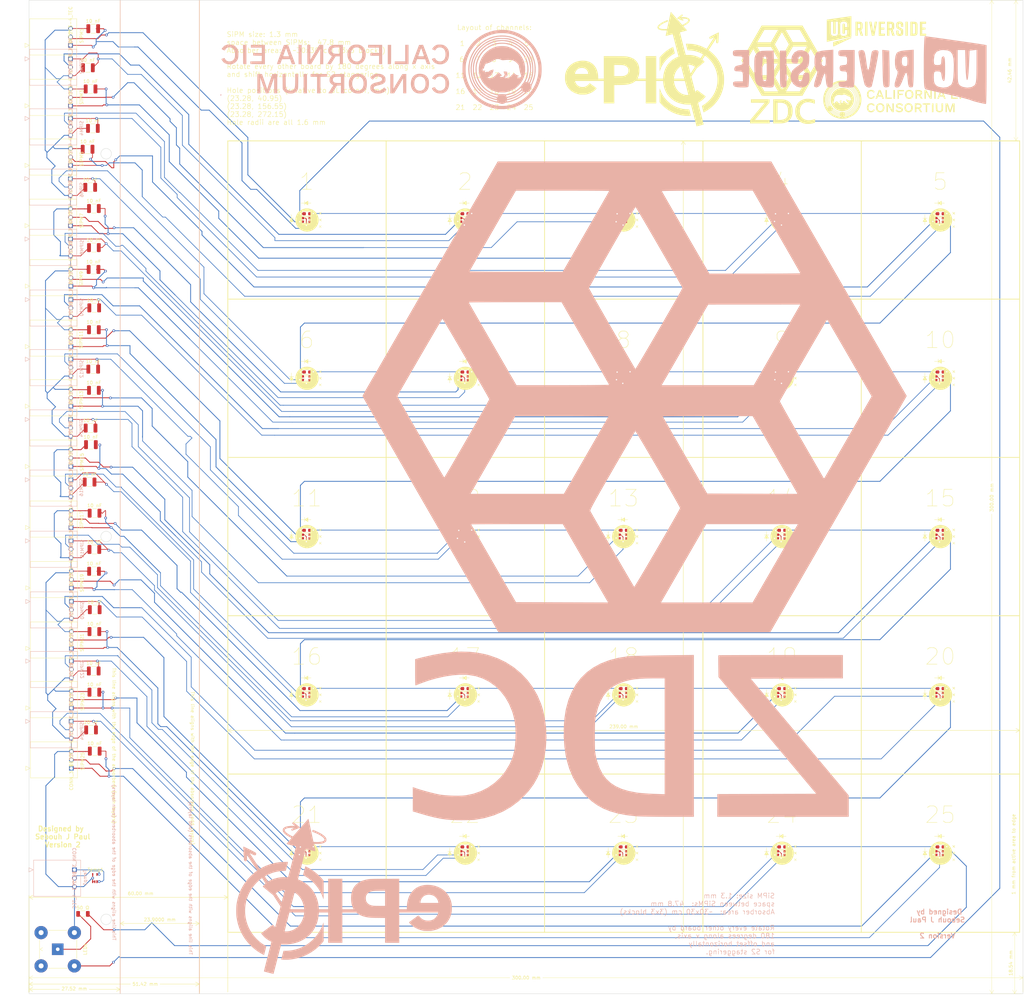
<source format=kicad_pcb>
(kicad_pcb (version 20211014) (generator pcbnew)
  (layers (0 "F.Cu" signal) (31 "B.Cu" signal) (34 "B.Paste" user) (35 "F.Paste" user) (36 "B.SilkS" user "B.Silkscreen") (37 "F.SilkS" user "F.Silkscreen") (38 "B.Mask" user) (39 "F.Mask" user) (44 "Edge.Cuts" user))
  (net 0 "")
  (footprint "SiPM:S14160-1315PS_dimple_silkscreen_with_LED_copy" (layer "F.Cu") (at 178.42 285.06)
    (fp_text reference "REF**21" hide)
    (fp_text value "S14160-3015PS")
  )
  (footprint "Capacitor_SMD:C_1210_3225Metric" (layer "F.Cu") (at 66.45 218.15)
    (fp_text reference "10 nF")
    (fp_text value "C_1210_3225Metric")
  )
  (footprint "Capacitor_SMD:C_1210_3225Metric" (layer "F.Cu") (at 65 173)
    (fp_text reference "10 nF")
    (fp_text value "C_1210_3225Metric")
  )
  (footprint "SiPM:S14160-1315PS_dimple_silkscreen_with_LED_copy" (layer "F.Cu") (at 130.62 285.06)
    (fp_text reference "REF**20" hide)
    (fp_text value "S14160-3015PS")
  )
  (footprint "Capacitor_SMD:C_1210_3225Metric" (layer "F.Cu") (at 66.3 102.2)
    (fp_text reference "10 nF")
    (fp_text value "C_1210_3225Metric")
  )
  (footprint "AMPMODU:3-102203-4" (layer "F.Cu") (at 59.5001 241.2375 90)
    (fp_text reference "REF**")
    (fp_text value "CONN_3-102203-4_TEC")
  )
  (footprint "Capacitor_SMD:C_1210_3225Metric" (layer "F.Cu") (at 66.3 127)
    (fp_text reference "10 nF")
    (fp_text value "C_1210_3225Metric")
  )
  (footprint "SiPM:S14160-1315PS_dimple_silkscreen_with_LED_copy" (layer "F.Cu") (at 130.62 141.66)
    (fp_text reference "REF**5" hide)
    (fp_text value "S14160-3015PS")
  )
  (footprint "SiPM:S14160-1315PS_dimple_silkscreen_with_LED_copy" (layer "F.Cu") (at 274.02 93.86)
    (fp_text reference "REF**3" hide)
    (fp_text value "S14160-3015PS")
  )
  (footprint "Symbol:ePIC_logo_5.0cm" (layer "F.Cu") (at 232.5 48.3)
    (fp_text reference "G***" hide)
    (fp_text value "LOGO" hide)
  )
  (footprint "Capacitor_SMD:C_1210_3225Metric" (layer "F.Cu") (at 66.45 193.35)
    (fp_text reference "10 nF")
    (fp_text value "C_1210_3225Metric")
  )
  (footprint "AMPMODU:3-102203-4" (layer "F.Cu") (at 59.4001 186.7375 90)
    (fp_text reference "REF**")
    (fp_text value "CONN_3-102203-4_TEC")
  )
  (footprint "SiPM:S14160-1315PS_dimple_silkscreen_with_LED_copy" (layer "F.Cu") (at 321.82 93.86)
    (fp_text reference "REF**4" hide)
    (fp_text value "S14160-3015PS")
  )
  (footprint "Connector_Coaxial:BNC_TEConnectivity_1478035_Horizontal" (layer "F.Cu") (at 55.3875 314.0875 90)
    (fp_text reference "LEDs")
    (fp_text value "BNC_TEConnectivity_1478035_Horizontal")
  )
  (footprint "Capacitor_SMD:C_1210_3225Metric" (layer "F.Cu") (at 66.35 199.95)
    (fp_text reference "10 nF")
    (fp_text value "C_1210_3225Metric")
  )
  (footprint "SiPM:S14160-1315PS_dimple_silkscreen_with_LED_copy" (layer "F.Cu") (at 226.22 93.86)
    (fp_text reference "REF**2" hide)
    (fp_text value "S14160-3015PS")
  )
  (footprint "SiPM:S14160-1315PS_dimple_silkscreen_with_LED_copy" (layer "F.Cu") (at 321.82 237.26)
    (fp_text reference "REF**19" hide)
    (fp_text value "S14160-3015PS")
  )
  (footprint "Capacitor_SMD:C_1210_3225Metric" (layer "F.Cu") (at 66.55 211.55)
    (fp_text reference "10 nF")
    (fp_text value "C_1210_3225Metric")
  )
  (footprint "Capacitor_SMD:C_1210_3225Metric" (layer "F.Cu") (at 66.1 36.1)
    (fp_text reference "10 nF")
    (fp_text value "C_1210_3225Metric")
  )
  (footprint "SiPM:S14160-1315PS_dimple_silkscreen_with_LED_copy" (layer "F.Cu") (at 226.22 141.66)
    (fp_text reference "REF**7" hide)
    (fp_text value "S14160-3015PS")
  )
  (footprint "Symbol:ZDC_logo_30x30mm" (layer "F.Cu") (at 273.568409 50.081019)
    (fp_text reference "G***" hide)
    (fp_text value "LOGO" hide)
  )
  (footprint "Symbol:consortium_logo_5cm" (layer "F.Cu") (at 308.2 57.4)
    (fp_text reference "G***" hide)
    (fp_text value "LOGO" hide)
  )
  (footprint "SiPM:S14160-1315PS_dimple_silkscreen_with_LED_copy" (layer "F.Cu") (at 274.02 141.66)
    (fp_text reference "REF**8" hide)
    (fp_text value "S14160-3015PS")
  )
  (footprint "SiPM:S14160-1315PS_dimple_silkscreen_with_LED_copy" (layer "F.Cu") (at 321.82 189.46)
    (fp_text reference "REF**14" hide)
    (fp_text value "S14160-3015PS")
  )
  (footprint "SiPM:S14160-1315PS_dimple_silkscreen_with_LED_copy" (layer "F.Cu") (at 274.02 285.06)
    (fp_text reference "REF**23" hide)
    (fp_text value "S14160-3015PS")
  )
  (footprint "SiPM:S14160-1315PS_dimple_silkscreen_with_LED_copy" (layer "F.Cu") (at 321.82 285.06)
    (fp_text reference "REF**24" hide)
    (fp_text value "S14160-3015PS")
  )
  (footprint "SiPM:S14160-1315PS_dimple_silkscreen_with_LED_copy" (layer "F.Cu") (at 178.42 237.26)
    (fp_text reference "REF**16" hide)
    (fp_text value "S14160-3015PS")
  )
  (footprint "Symbol:UCR_Logo_3cm" (layer "F.Cu") (at 302.5 36.9)
    (fp_text reference "G***" hide)
    (fp_text value "LOGO" hide)
  )
  (footprint "" (layer "F.Cu") (at 67.2375 293.6875)
    (fp_text reference "")
    (fp_text value "")
  )
  (footprint "Capacitor_SMD:C_1210_3225Metric" (layer "F.Cu") (at 66.5 182.4)
    (fp_text reference "10 nF")
    (fp_text value "C_1210_3225Metric")
  )
  (footprint "Capacitor_SMD:C_1210_3225Metric" (layer "F.Cu") (at 66.45 236.45)
    (fp_text reference "10 nF")
    (fp_text value "C_1210_3225Metric")
  )
  (footprint "Capacitor_SMD:C_1210_3225Metric" (layer "F.Cu") (at 66 66.2)
    (fp_text reference "10 nF")
    (fp_text value "C_1210_3225Metric")
  )
  (footprint "AMPMODU:3-102203-4" (layer "F.Cu") (at 59.3501 132.0875 90)
    (fp_text reference "REF**")
    (fp_text value "CONN_3-102203-4_TEC")
  )
  (footprint "AMPMODU:3-102203-4" (layer "F.Cu") (at 59.5001 204.9775 90)
    (fp_text reference "REF**")
    (fp_text value "CONN_3-102203-4_TEC")
  )
  (footprint "AMPMODU:3-102203-4" (layer "F.Cu") (at 59.3501 113.8275 90)
    (fp_text reference "REF**")
    (fp_text value "CONN_3-102203-4_TEC")
  )
  (footprint "SiPM:S14160-1315PS_dimple_silkscreen_with_LED_copy" (layer "F.Cu") (at 130.62 189.46)
    (fp_text reference "REF**10" hide)
    (fp_text value "S14160-3015PS")
  )
  (footprint "Capacitor_SMD:C_1210_3225Metric" (layer "F.Cu") (at 66.3 90.4)
    (fp_text reference "10 nF")
    (fp_text value "C_1210_3225Metric")
  )
  (footprint "SiPM:S14160-1315PS_dimple_silkscreen_with_LED_copy" (layer "F.Cu") (at 178.42 141.66)
    (fp_text reference "REF**6" hide)
    (fp_text value "S14160-3015PS")
  )
  (footprint "AMPMODU:3-102203-4" (layer "F.Cu") (at 59.2501 41.1275 90)
    (fp_text reference "REF**")
    (fp_text value "CONN_3-102203-4_TEC")
  )
  (footprint "SiPM:S14160-1315PS_dimple_silkscreen_with_LED_copy" (layer "F.Cu") (at 226.22 237.26)
    (fp_text reference "REF**17" hide)
    (fp_text value "S14160-3015PS")
  )
  (footprint "AMPMODU:3-102203-4" (layer "F.Cu") (at 59.3501 150.0875 90)
    (fp_text reference "REF**")
    (fp_text value "CONN_3-102203-4_TEC")
  )
  (footprint "Capacitor_SMD:C_1210_3225Metric" (layer "F.Cu") (at 65.3 156.7)
    (fp_text reference "10 nF")
    (fp_text value "C_1210_3225Metric")
  )
  (footprint "Capacitor_SMD:C_1210_3225Metric" (layer "F.Cu") (at 64.5 47.9)
    (fp_text reference "10 nF")
    (fp_text value "C_1210_3225Metric")
  )
  (footprint "Capacitor_SMD:C_1210_3225Metric" (layer "F.Cu") (at 64.4 72.5)
    (fp_text reference "10 nF")
    (fp_text value "C_1210_3225Metric")
  )
  (footprint "Capacitor_SMD:C_1210_3225Metric" (layer "F.Cu") (at 66.1 138.9)
    (fp_text reference "10 nF")
    (fp_text value "C_1210_3225Metric")
  )
  (footprint "Capacitor_SMD:C_1210_3225Metric" (layer "F.Cu") (at 65.3 54.3)
    (fp_text reference "10 nF")
    (fp_text value "C_1210_3225Metric")
  )
  (footprint "AMPMODU:3-102203-4" (layer "F.Cu") (at 59.3501 168.2875 90)
    (fp_text reference "REF**")
    (fp_text value "CONN_3-102203-4_TEC")
  )
  (footprint "Capacitor_SMD:C_1210_3225Metric" (layer "F.Cu") (at 65.2 84)
    (fp_text reference "10 nF")
    (fp_text value "C_1210_3225Metric")
  )
  (footprint "AMPMODU:3-102203-4" (layer "F.Cu") (at 59.2501 95.5875 90)
    (fp_text reference "REF**")
    (fp_text value "CONN_3-102203-4_TEC")
  )
  (footprint "SiPM:S14160-1315PS_dimple_silkscreen_with_LED_copy" (layer "F.Cu") (at 226.22 189.46)
    (fp_text reference "REF**12" hide)
    (fp_text value "S14160-3015PS")
  )
  (footprint "SiPM:S14160-1315PS_dimple_silkscreen_with_LED_copy" (layer "F.Cu") (at 226.22 285.06)
    (fp_text reference "REF**22" hide)
    (fp_text value "S14160-3015PS")
  )
  (footprint "Capacitor_SMD:C_1210_3225Metric" (layer "F.Cu") (at 66.25 230.05)
    (fp_text reference "10 nF")
    (fp_text value "C_1210_3225Metric")
  )
  (footprint "SiPM:S14160-1315PS_dimple_silkscreen_with_LED_copy" (layer "F.Cu") (at 130.62 237.26)
    (fp_text reference "REF**15" hide)
    (fp_text value "S14160-3015PS")
  )
  (footprint "Capacitor_SMD:C_1210_3225Metric" (layer "F.Cu") (at 66.4 120.4)
    (fp_text reference "10 nF")
    (fp_text value "C_1210_3225Metric")
  )
  (footprint "Sensor:LM94021QBIMG-NOPB" (layer "F.Cu") (at 66.5875 292.5875)
    (fp_text reference "Temp1")
    (fp_text value "LM94021QBIMG-NOPB")
  )
  (footprint "Capacitor_SMD:C_1210_3225Metric" (layer "F.Cu") (at 66.55 254.25)
    (fp_text reference "10 nF")
    (fp_text value "C_1210_3225Metric")
  )
  (footprint "Resistor_SMD:R_1206_3216Metric" (layer "F.Cu") (at 63 303.4)
    (fp_text reference "50 Ω")
    (fp_text value "R_1206_3216Metric")
  )
  (footprint "AMPMODU:3-102203-4" (layer "F.Cu") (at 59.2501 77.3875 90)
    (fp_text reference "REF**")
    (fp_text value "CONN_3-102203-4_TEC")
  )
  (footprint "SiPM:S14160-1315PS_dimple_silkscreen_with_LED_copy" (layer "F.Cu") (at 321.82 141.66)
    (fp_text reference "REF**9" hide)
    (fp_text value "S14160-3015PS")
  )
  (footprint "SiPM:S14160-1315PS_dimple_silkscreen_with_LED_copy" (layer "F.Cu") (at 274.02 189.46)
    (fp_text reference "REF**13" hide)
    (fp_text value "S14160-3015PS")
  )
  (footprint "Capacitor_SMD:C_1210_3225Metric" (layer "F.Cu") (at 65.45 247.85)
    (fp_text reference "10 nF")
    (fp_text value "C_1210_3225Metric")
  )
  (footprint "SiPM:S14160-1315PS_dimple_silkscreen_with_LED_copy" (layer "F.Cu") (at 178.42 93.86)
    (fp_text reference "REF**1" hide)
    (fp_text value "S14160-3015PS")
  )
  (footprint "Capacitor_SMD:C_1210_3225Metric" (layer "F.Cu") (at 66.3 145.3)
    (fp_text reference "10 nF")
    (fp_text value "C_1210_3225Metric")
  )
  (footprint "AMPMODU:3-102203-4" (layer "F.Cu") (at 59.2501 59.3875 90)
    (fp_text reference "REF**")
    (fp_text value "CONN_3-102203-4_TEC")
  )
  (footprint "SiPM:S14160-1315PS_dimple_silkscreen_with_LED_copy" (layer "F.Cu") (at 274.02 237.26)
    (fp_text reference "REF**18" hide)
    (fp_text value "S14160-3015PS")
  )
  (footprint "AMPMODU:3-102203-4" (layer "F.Cu") (at 59.5001 223.2375 90)
    (fp_text reference "REF**")
    (fp_text value "CONN_3-102203-4_TEC")
  )
  (footprint "AMPMODU:3-102203-4" (layer "F.Cu") (at 59.5001 259.4375 90)
    (fp_text reference "REF**")
    (fp_text value "CONN_3-102203-4_TEC")
  )
  (footprint "Capacitor_SMD:C_1210_3225Metric" (layer "F.Cu") (at 66.2 108.8)
    (fp_text reference "10 nF")
    (fp_text value "C_1210_3225Metric")
  )
  (footprint "SiPM:S14160-1315PS_dimple_silkscreen_with_LED_copy" (layer "F.Cu") (at 130.62 93.86)
    (fp_text reference "REF**" hide)
    (fp_text value "S14160-3015PS")
  )
  (footprint "Capacitor_SMD:C_1210_3225Metric" (layer "F.Cu") (at 65.4 161.7)
    (fp_text reference "10 nF")
    (fp_text value "C_1210_3225Metric")
  )
  (footprint "SiPM:S14160-1315PS_dimple_silkscreen_with_LED_copy" (layer "F.Cu") (at 178.42 189.46)
    (fp_text reference "REF**11" hide)
    (fp_text value "S14160-3015PS")
  )
  (footprint "AMPMODU:3-102203-4" (layer "B.Cu") (at 59.3501 172.3125 -90)
    (fp_text reference "REF**")
    (fp_text value "CONN_3-102203-4_TEC")
  )
  (footprint "AMPMODU:3-102203-4" (layer "B.Cu") (at 59.2501 99.6125 -90)
    (fp_text reference "REF**")
    (fp_text value "CONN_3-102203-4_TEC")
  )
  (footprint "Symbol:ZDC_logo_20x20cm" (layer "B.Cu") (at 232.4 176.2 180)
    (fp_text reference "G***" hide)
    (fp_text value "LOGO" hide)
  )
  (footprint "Symbol:Consortium_logo_11cm" (layer "B.Cu") (at 152.8 48 180)
    (fp_text reference "G***" hide)
    (fp_text value "LOGO" hide)
  )
  (footprint "AMPMODU:3-102203-4" (layer "B.Cu") (at 59.3501 135.9125 -90)
    (fp_text reference "REF**")
    (fp_text value "CONN_3-102203-4_TEC")
  )
  (footprint "AMPMODU:3-102203-4" (layer "B.Cu") (at 60.4376 290.1 -90)
    (fp_text reference "REF**")
    (fp_text value "CONN_3-102203-4_TEC")
  )
  (footprint "AMPMODU:3-102203-4" (layer "B.Cu") (at 59.45 245.25 -90)
    (fp_text reference "REF**")
    (fp_text value "CONN_3-102203-4_TEC")
  )
  (footprint "AMPMODU:3-102203-4" (layer "B.Cu") (at 59.2501 63.2125 -90)
    (fp_text reference "REF**")
    (fp_text value "CONN_3-102203-4_TEC")
  )
  (footprint "AMPMODU:3-102203-4" (layer "B.Cu") (at 59.4001 190.7625 -90)
    (fp_text reference "REF**")
    (fp_text value "CONN_3-102203-4_TEC")
  )
  (footprint "AMPMODU:3-102203-4" (layer "B.Cu") (at 59.2 81.4 -90)
    (fp_text reference "REF**")
    (fp_text value "CONN_3-102203-4_TEC")
  )
  (footprint "AMPMODU:3-102203-4" (layer "B.Cu") (at 59.3501 117.9125 -90)
    (fp_text reference "REF**")
    (fp_text value "CONN_3-102203-4_TEC")
  )
  (footprint "Symbol:UCR_logo_10cm" (layer "B.Cu") (at 298.2 50.5 180)
    (fp_text reference "G***" hide)
    (fp_text value "LOGO" hide)
  )
  (footprint "AMPMODU:3-102203-4" (layer "B.Cu") (at 59.5001 227.0625 -90)
    (fp_text reference "REF**")
    (fp_text value "CONN_3-102203-4_TEC")
  )
  (footprint "AMPMODU:3-102203-4" (layer "B.Cu") (at 59.5001 209.0625 -90)
    (fp_text reference "REF**")
    (fp_text value "CONN_3-102203-4_TEC")
  )
  (footprint "Symbol:ePIC_logo_6.8cm" (layer "B.Cu") (at 141.8 298.1 180)
    (fp_text reference "G***" hide)
    (fp_text value "LOGO" hide)
  )
  (footprint "AMPMODU:3-102203-4" (layer "B.Cu") (at 59.3 154.1 -90)
    (fp_text reference "REF**")
    (fp_text value "CONN_3-102203-4_TEC")
  )
  (footprint "AMPMODU:3-102203-4" (layer "B.Cu") (at 59.2501 45.2125 -90)
    (fp_text reference "REF**")
    (fp_text value "CONN_3-102203-4_TEC")
  )
  (gr_line (start 98.14 327.51) (end 98.14 27.51) (layer "B.SilkS") (width 0.15))
  (gr_line (start 74.24 327.51) (end 74.24 27.51) (layer "B.SilkS") (width 0.15))
  (gr_line (start 106.72 261.17) (end 345.72 261.17) (layer "F.SilkS") (width 0.25))
  (gr_line (start 202.32 69.97) (end 202.32 308.97) (layer "F.SilkS") (width 0.25))
  (gr_line (start 74.24 27.51) (end 74.24 327.51) (layer "F.SilkS") (width 0.15))
  (gr_line (start 106.72 165.57) (end 345.72 165.57) (layer "F.SilkS") (width 0.25))
  (gr_line (start 250.12 69.97) (end 250.12 308.97) (layer "F.SilkS") (width 0.25))
  (gr_line (start 345.72 69.97) (end 345.72 308.97) (layer "F.SilkS") (width 0.25))
  (gr_line (start 297.92 69.97) (end 297.92 308.97) (layer "F.SilkS") (width 0.25))
  (gr_line (start 106.72 69.97) (end 106.72 308.97) (layer "F.SilkS") (width 0.25))
  (gr_line (start 106.72 213.37) (end 345.72 213.37) (layer "F.SilkS") (width 0.25))
  (gr_line (start 98.14 27.51) (end 98.14 327.51) (layer "F.SilkS") (width 0.15))
  (gr_line (start 106.72 308.97) (end 345.72 308.97) (layer "F.SilkS") (width 0.25))
  (gr_line (start 154.52 69.97) (end 154.52 308.97) (layer "F.SilkS") (width 0.25))
  (gr_line (start 106.72 117.77) (end 345.72 117.77) (layer "F.SilkS") (width 0.25))
  (gr_line (start 106.72 69.97) (end 345.72 69.97) (layer "F.SilkS") (width 0.25))
  (gr_line (start 74.24 32.92) (end 74.24 53.4) (layer "F.SilkS") (width 0.15))
  (gr_circle (center 70 305.06) (end 71.6 305.06) (layer "Edge.Cuts") (width 0.1) (fill none))
  (gr_rect (start 46.72 27.51) (end 346.72 327.51) (layer "Edge.Cuts") (width 0.1) (fill none))
  (gr_circle (center 70 189.46) (end 71.6 189.46) (layer "Edge.Cuts") (width 0.1) (fill none))
  (gr_circle (center 70 73.86) (end 71.6 73.86) (layer "Edge.Cuts") (width 0.1) (fill none))
  (gr_text "SiPM14" (at 62.5 156.7 90) (layer "B.SilkS") (effects (font (size 1 1)) (justify mirror)))
  (gr_text "SiPM8" (at 62.7 102.1 90) (layer "B.SilkS") (effects (font (size 1 1)) (justify mirror)))
  (gr_text "Designed by \nSebouh J Paul\n\nVersion 2" (at 320.9 306.4) (layer "B.SilkS") (effects (font (size 1.5 1.5) (thickness 0.3)) (justify mirror)))
  (gr_text "This line aligns with the edge of the absorbers (even layers)" (at 72.4 287.9 -90) (layer "B.SilkS") (effects (font (size 1 1)) (justify mirror)))
  (gr_text "This line aligns with the edge of the absorbers (odd layers)" (at 95.5 292.6 -90) (layer "B.SilkS") (effects (font (size 1 1)) (justify mirror)))
  (gr_text "SiPM12" (at 62.6 138.82857 90) (layer "B.SilkS") (effects (font (size 1 1)) (justify mirror)))
  (gr_text "SiPM4" (at 62.6 66.142855 90) (layer "B.SilkS") (effects (font (size 1 1)) (justify mirror)))
  (gr_text "SiPM2" (at 62.6 47.514285 90) (layer "B.SilkS") (effects (font (size 1 1)) (justify mirror)))
  (gr_text "Temp1" (at 63.6 292.5 90) (layer "B.SilkS") (effects (font (size 1 1)) (justify mirror)))
  (gr_text "SiPM24" (at 62.7 248.2 90) (layer "B.SilkS") (effects (font (size 1 1)) (justify mirror)))
  (gr_text "SiPM10" (at 62.6 120.2 90) (layer "B.SilkS") (effects (font (size 1 1)) (justify mirror)))
  (gr_text "SiPM22" (at 62.8 229.6 90) (layer "B.SilkS") (effects (font (size 1 1)) (justify mirror)))
  (gr_text "SiPM18" (at 62.8 193.1 90) (layer "B.SilkS") (effects (font (size 1 1)) (justify mirror)))
  (gr_text "SiPM size: 1.3 mm\nspace between SiPMs:  47.8 mm\nAbsorber area:  ~30x30 cm (3x3 blocks)\n\nRotate every other board by \n180 degrees along x axis, \nand offset horizontally \nfor S2 staggering. " (at 271.9 306.4) (layer "B.SilkS") (effects (font (size 1.5 1.5)) (justify left mirror)))
  (gr_text "SiPM20" (at 62.8 211.72857 90) (layer "B.SilkS") (effects (font (size 1 1)) (justify mirror)))
  (gr_text "SiPM16" (at 62.5 174.6 90) (layer "B.SilkS") (effects (font (size 1 1)) (justify mirror)))
  (gr_text "SiPM6" (at 62.6 84.771425 90) (layer "B.SilkS") (effects (font (size 1 1)) (justify mirror)))
  (gr_text "23" (at 226.13 273.5) (layer "F.SilkS") (effects (font (size 5 5))))
  (gr_text "SiPM5" (at 62.6 75.45714 90) (layer "F.SilkS") (effects (font (size 1 1))))
  (gr_text "24" (at 273.93 273.5) (layer "F.SilkS") (effects (font (size 5 5))))
  (gr_text "3" (at 226.13 82.3) (layer "F.SilkS") (effects (font (size 5 5))))
  (gr_text "Layout of channels:\n\n 1   2   3   4   5 \n\n 6   7   8   9   10\n\n11  12  13  14  15\n\n16  17  18  19  20\n\n21  22  23  24  25" (at 187.2 47.8) (layer "F.SilkS") (effects (font (size 1.5 1.5))))
  (gr_text "SiPM17" (at 62.6 184.5 90) (layer "F.SilkS") (effects (font (size 1 1))))
  (gr_text "18" (at 226.13 225.7) (layer "F.SilkS") (effects (font (size 5 5))))
  (gr_text "SiPM9" (at 62.5 111.6 90) (layer "F.SilkS") (effects (font (size 1 1))))
  (gr_text "This line aligns with the edge of the absorbers (even layers)\n" (at 72.4 252.6 270) (layer "F.SilkS") (effects (font (size 1 1))))
  (gr_text "SiPM13" (at 62.5 148.2 90) (layer "F.SilkS") (effects (font (size 1 1))))
  (gr_text "4" (at 273.93 82.3) (layer "F.SilkS") (effects (font (size 5 5))))
  (gr_text "10" (at 321.73 130.1) (layer "F.SilkS") (effects (font (size 5 5))))
  (gr_text "21" (at 130.53 273.5) (layer "F.SilkS") (effects (font (size 5 5))))
  (gr_text "15" (at 321.73 177.9) (layer "F.SilkS") (effects (font (size 5 5))))
  (gr_text "1 mm from active area to edge" (at 343.9 285.4 90) (layer "F.SilkS") (effects (font (size 1 1))))
  (gr_text "1" (at 130.53 82.3) (layer "F.SilkS") (effects (font (size 5 5))))
  (gr_text "25" (at 321.73 273.5) (layer "F.SilkS") (effects (font (size 5 5))))
  (gr_text "SiPM size: 1.3 mm\nspace between SiPMs:  47.8 mm\nAbsorber area:   ~30x30 cm (3x3 blocks)\n\nRotate every other board by 180 degrees along x axis\nand shift horizontally for S2 staggering. \n\nHole positions (relative to UL corner, mm):\n(23.28, 40.95)\n(23.28, 156.55)\n(23.28, 272.15)\nHole radii are all 1.6 mm" (at 106.3 51.1) (layer "F.SilkS") (effects (font (size 1.5 1.5)) (justify left)))
  (gr_text "8" (at 226.13 130.1) (layer "F.SilkS") (effects (font (size 5 5))))
  (gr_text "SiPM1" (at 62.6 38.2 90) (layer "F.SilkS") (effects (font (size 1 1))))
  (gr_text "20" (at 321.73 225.7) (layer "F.SilkS") (effects (font (size 5 5))))
  (gr_text "SiPM25" (at 62.9 257.3 90) (layer "F.SilkS") (effects (font (size 1 1))))
  (gr_text "SiPM11" (at 62.4 130 90) (layer "F.SilkS") (effects (font (size 1 1))))
  (gr_text "SiPM19" (at 62.7 203.48571 90) (layer "F.SilkS") (effects (font (size 1 1))))
  (gr_text "Designed by \nSebouh J Paul\nVersion 2\n" (at 56.9 280.1) (layer "F.SilkS") (effects (font (size 1.5 1.5) (thickness 0.3))))
  (gr_text "SiPM21" (at 62.7 221.48571 90) (layer "F.SilkS") (effects (font (size 1 1))))
  (gr_text "22" (at 178.33 273.5) (layer "F.SilkS") (effects (font (size 5 5))))
  (gr_text "17" (at 178.33 225.7) (layer "F.SilkS") (effects (font (size 5 5))))
  (gr_text "13" (at 226.13 177.9) (layer "F.SilkS") (effects (font (size 5 5))))
  (gr_text "16" (at 130.53 225.7) (layer "F.SilkS") (effects (font (size 5 5))))
  (gr_text "9" (at 273.93 130.1) (layer "F.SilkS") (effects (font (size 5 5))))
  (gr_text "5" (at 321.73 82.3) (layer "F.SilkS") (effects (font (size 5 5))))
  (gr_text "11" (at 130.53 177.9) (layer "F.SilkS") (effects (font (size 5 5))))
  (gr_text "19" (at 273.93 225.7) (layer "F.SilkS") (effects (font (size 5 5))))
  (gr_text "14" (at 273.93 177.9) (layer "F.SilkS") (effects (font (size 5 5))))
  (gr_text "2" (at 178.33 82.3) (layer "F.SilkS") (effects (font (size 5 5))))
  (gr_text "SiPM15" (at 62.7 166.98571 90) (layer "F.SilkS") (effects (font (size 1 1))))
  (gr_text "SiPM23" (at 62.9 239.3 90) (layer "F.SilkS") (effects (font (size 1 1))))
  (gr_text "6" (at 130.53 130.1) (layer "F.SilkS") (effects (font (size 5 5))))
  (gr_text "7" (at 178.33 130.1) (layer "F.SilkS") (effects (font (size 5 5))))
  (gr_text "SiPM3" (at 62.6 56.82857 90) (layer "F.SilkS") (effects (font (size 1 1))))
  (gr_text "12" (at 178.33 177.9) (layer "F.SilkS") (effects (font (size 5 5))))
  (gr_text "This line aligns with the edge of the absorbers (odd layers)\n" (at 96.1 259.4 270) (layer "F.SilkS") (effects (font (size 1 1))))
  (gr_text "SiPM7" (at 62.6 94.08571 90) (layer "F.SilkS") (effects (font (size 1 1))))
  (dimension (type aligned) (layer "F.SilkS") (pts (xy 74.24 327.51) (xy 98.14 327.51)) (height -21.21) (gr_text "23.9000 mm" (at 86.19 305.15) (layer "F.SilkS") (effects (font (size 1 1) (thickness 0.15)))) (format (units 3) (units_format 1) (precision 4)) (style (thickness 0.15) (arrow_length 1.27) (text_position_mode 0) (extension_height 0.58642) (extension_offset 0.5) keep_text_aligned))
  (dimension (type aligned) (layer "F.SilkS") (pts (xy 346.72 327.51) (xy 346.72 27.51)) (height -9.42) (gr_text "300.00 mm" (at 337.3 177.7 90) (layer "F.SilkS") (effects (font (size 1 1) (thickness 0.15)))) (format (units 3) (units_format 1) (precision 2)) (style (thickness 0.1) (arrow_length 1.27) (text_position_mode 2) (extension_height 0.58642) (extension_offset 0.5) keep_text_aligned))
  (dimension (type aligned) (layer "F.SilkS") (pts (xy 345.72 69.97) (xy 345.72 27.51)) (height -1.12) (gr_text "42.46 mm" (at 342.7 48.7 90) (layer "F.SilkS") (effects (font (size 1 1) (thickness 0.15)))) (format (units 3) (units_format 1) (precision 2)) (style (thickness 0.1) (arrow_length 1.27) (text_position_mode 2) (extension_height 0.58642) (extension_offset 0.5) keep_text_aligned))
  (dimension (type aligned) (layer "F.SilkS") (pts (xy 46.72 327.51) (xy 98.14 327.51)) (height -2.91) (gr_text "51.42 mm" (at 81.8 324.6) (layer "F.SilkS") (effects (font (size 1 1) (thickness 0.15)))) (format (units 3) (units_format 1) (precision 2)) (style (thickness 0.15) (arrow_length 1.27) (text_position_mode 2) (extension_height 0.58642) (extension_offset 0.5) keep_text_aligned))
  (dimension (type aligned) (layer "F.SilkS") (pts (xy 345.72 308.97) (xy 345.72 69.97)) (height -101.52) (gr_text "239.00 mm" (at 243.05 189.47 90) (layer "F.SilkS") (effects (font (size 1 1) (thickness 0.15)))) (format (units 3) (units_format 1) (precision 2)) (style (thickness 0.15) (arrow_length 1.27) (text_position_mode 0) (extension_height 0.58642) (extension_offset 0.5) keep_text_aligned))
  (dimension (type aligned) (layer "F.SilkS") (pts (xy 345.72 308.97) (xy 345.72 327.51)) (height 1.52) (gr_text "18.54 mm" (at 343.05 318.24 90) (layer "F.SilkS") (effects (font (size 1 1) (thickness 0.15)))) (format (units 3) (units_format 1) (precision 2)) (style (thickness 0.1) (arrow_length 1.27) (text_position_mode 0) (extension_height 0.58642) (extension_offset 0.5) keep_text_aligned))
  (dimension (type aligned) (layer "F.SilkS") (pts (xy 46.72 327.51) (xy 346.72 327.51)) (height -4.81) (gr_text "300.00 mm" (at 196.8 322.7) (layer "F.SilkS") (effects (font (size 1 1) (thickness 0.15)))) (format (units 3) (units_format 1) (precision 2)) (style (thickness 0.1) (arrow_length 1.27) (text_position_mode 2) (extension_height 0.58642) (extension_offset 0.5) keep_text_aligned))
  (dimension (type aligned) (layer "F.SilkS") (pts (xy 106.72 308.97) (xy 345.72 308.97)) (height -60.97) (gr_text "239.00 mm" (at 226.22 246.85) (layer "F.SilkS") (effects (font (size 1 1) (thickness 0.15)))) (format (units 3) (units_format 1) (precision 2)) (style (thickness 0.15) (arrow_length 1.27) (text_position_mode 0) (extension_height 0.58642) (extension_offset 0.5) keep_text_aligned))
  (dimension (type aligned) (layer "F.SilkS") (pts (xy 46.72 327.6) (xy 74.24 327.6)) (height -1.4) (gr_text "27.52 mm" (at 60.4 326) (layer "F.SilkS") (effects (font (size 1 1) (thickness 0.15)))) (format (units 3) (units_format 1) (precision 2)) (style (thickness 0.15) (arrow_length 1.27) (text_position_mode 2) (extension_height 0.58642) (extension_offset 0.5) keep_text_aligned))
  (dimension (type aligned) (layer "F.SilkS") (pts (xy 46.72 327.51) (xy 106.72 327.51)) (height -29.11) (gr_text "60.00 mm" (at 80.4 297.25) (layer "F.SilkS") (effects (font (size 1 1) (thickness 0.15)))) (format (units 3) (units_format 1) (precision 2)) (style (thickness 0.15) (arrow_length 1.27) (text_position_mode 2) (extension_height 0.58642) (extension_offset 0.5) keep_text_aligned))
  (segment (start 224.9475 285.56) (end 223.97 285.56) (width 0.2) (layer "F.Cu") (net 0))
  (segment (start 60.6325 50.2925) (end 59.2501 50.2925) (width 0.2) (layer "F.Cu") (net 0))
  (segment (start 224.8875 189.9) (end 224.9475 189.96) (width 0.2) (layer "F.Cu") (net 0))
  (segment (start 176.19 237.76) (end 176.13 237.7) (width 0.2) (layer "F.Cu") (net 0))
  (segment (start 69.95 200.45) (end 69.45 199.95) (width 0.25) (layer "F.Cu") (net 0))
  (segment (start 177.84 188.91) (end 178.23 189.3) (width 0.2) (layer "F.Cu") (net 0))
  (segment (start 71.7 78.1) (end 69.8 76.2) (width 0.25) (layer "F.Cu") (net 0))
  (segment (start 69.45 199.95) (end 67.225 199.95) (width 0.25) (layer "F.Cu") (net 0))
  (segment (start 274.895 235.375) (end 275.855 235.375) (width 0.2) (layer "F.Cu") (net 0))
  (segment (start 67.2 43.4) (end 67.6125 43.8125) (width 0.2) (layer "F.Cu") (net 0))
  (segment (start 59.5001 241.2375) (end 71.8 241.2375) (width 0.25) (layer "F.Cu") (net 0))
  (segment (start 320.4875 94.3) (end 320.5475 94.36) (width 0.2) (layer "F.Cu") (net 0))
  (segment (start 61.4575 214.1425) (end 64.05 211.55) (width 0.2) (layer "F.Cu") (net 0))
  (segment (start 319.53 142.1) (end 320.4875 142.1) (width 0.2) (layer "F.Cu") (net 0))
  (segment (start 321.53 141.8) (end 321.53 143.3) (width 0.2) (layer "F.Cu") (net 0))
  (segment (start 223.93 94.4) (end 224.9075 94.4) (width 0.2) (layer "F.Cu") (net 0))
  (segment (start 272.03 235.4) (end 273.12 235.4) (width 0.25) (layer "F.Cu") (net 0))
  (segment (start 177.74 93.31) (end 178.13 93.7) (width 0.2) (layer "F.Cu") (net 0))
  (segment (start 273.83 141.6) (end 273.83 143.2) (width 0.2) (layer "F.Cu") (net 0))
  (segment (start 271.83 285.6) (end 272.7075 285.6) (width 0.2) (layer "F.Cu") (net 0))
  (segment (start 225.74 93.31) (end 226.03 93.6) (width 0.2) (layer "F.Cu") (net 0))
  (segment (start 129.3475 284.51) (end 130.04 284.51) (width 0.2) (layer "F.Cu") (net 0))
  (segment (start 178.23 284.9) (end 178.23 286.5) (width 0.2) (layer "F.Cu") (net 0))
  (segment (start 59.2701 39.097506) (end 66.397506 39.097506) (width 0.25) (layer "F.Cu") (net 0))
  (segment (start 68.8 102.2) (end 67.775 102.2) (width 0.2) (layer "F.Cu") (net 0))
  (segment (start 179.295 139.775) (end 180.255 139.775) (width 0.2) (layer "F.Cu") (net 0))
  (segment (start 130.04 284.51) (end 130.33 284.8) (width 0.2) (layer "F.Cu") (net 0))
  (segment (start 63.275 173.25) (end 59.3501 177.1749) (width 0.2) (layer "F.Cu") (net 0))
  (segment (start 129.3075 190) (end 129.3475 189.96) (width 0.2) (layer "F.Cu") (net 0))
  (segment (start 66.775 54.3) (end 70 54.3) (width 0.2) (layer "F.Cu") (net 0))
  (segment (start 70.1 173.7) (end 66.6 170.2) (width 0.2) (layer "F.Cu") (net 0))
  (segment (start 320.5075 190) (end 320.5475 189.96) (width 0.2) (layer "F.Cu") (net 0))
  (segment (start 176.43 92) (end 177.52 92) (width 0.25) (layer "F.Cu") (net 0))
  (segment (start 71.45 168.45) (end 71.5 168.5) (width 0.25) (layer "F.Cu") (net 0))
  (segment (start 224.9475 237.76) (end 223.99 237.76) (width 0.2) (layer "F.Cu") (net 0))
  (segment (start 67.6125 46.2625) (end 67.6125 45.2125) (width 0.2) (layer "F.Cu") (net 0))
  (segment (start 273.83 237.4) (end 273.83 238.8) (width 0.2) (layer "F.Cu") (net 0))
  (segment (start 224.9475 141.11) (end 225.54 141.11) (width 0.2) (layer "F.Cu") (net 0))
  (segment (start 67.725 227.425) (end 67.725 230.05) (width 0.2) (layer "F.Cu") (net 0))
  (segment (start 69.85 254.25) (end 69.95 254.35) (width 0.2) (layer "F.Cu") (net 0))
  (segment (start 129.84 188.91) (end 129.3475 188.91) (width 0.2) (layer "F.Cu") (net 0))
  (segment (start 226.03 189.6) (end 226.03 191) (width 0.2) (layer "F.Cu") (net 0))
  (segment (start 131.495 139.775) (end 132.455 139.775) (width 0.2) (layer "F.Cu") (net 0))
  (segment (start 63.9725 36.0475) (end 64.525 36.6) (width 0.2) (layer "F.Cu") (net 0))
  (segment (start 71.5 219.9) (end 70.8 219.9) (width 0.25) (layer "F.Cu") (net 0))
  (segment (start 61.345 159.18) (end 59.3 159.18) (width 0.2) (layer "F.Cu") (net 0))
  (segment (start 59.3501 177.1749) (end 59.3501 177.3925) (width 0.2) (layer "F.Cu") (net 0))
  (segment (start 66 154.1) (end 66.775 154.875) (width 0.2) (layer "F.Cu") (net 0))
  (segment (start 67.3625 227.0625) (end 59.5001 227.0625) (width 0.2) (layer "F.Cu") (net 0))
  (segment (start 69.0125 132.0875) (end 69.3 131.8) (width 0.25) (layer "F.Cu") (net 0))
  (segment (start 65.839994 204.9775) (end 66.35 205.487506) (width 0.25) (layer "F.Cu") (net 0))
  (segment (start 320.5475 93.31) (end 320.84 93.31) (width 0.2) (layer "F.Cu") (net 0))
  (segment (start 227.095 139.775) (end 228.055 139.775) (width 0.2) (layer "F.Cu") (net 0))
  (segment (start 67.1125 63.2125) (end 67.475 63.575) (width 0.2) (layer "F.Cu") (net 0))
  (segment (start 65.6625 186.7375) (end 59.4001 186.7375) (width 0.25) (layer "F.Cu") (net 0))
  (segment (start 70.85 261.85) (end 68.175 261.85) (width 0.25) (layer "F.Cu") (net 0))
  (segment (start 128.43 190) (end 129.3075 190) (width 0.2) (layer "F.Cu") (net 0))
  (segment (start 59.5001 256.8975) (end 63.8975 256.8975) (width 0.25) (layer "F.Cu") (net 0))
  (segment (start 67.7125 117.9125) (end 67.7125 120.2375) (width 0.2) (layer "F.Cu") (net 0))
  (segment (start 273.14 284.51) (end 273.83 285.2) (width 0.2) (layer "F.Cu") (net 0))
  (segment (start 72.1 127.3) (end 72.3 127.3) (width 0.25) (layer "F.Cu") (net 0))
  (segment (start 69.7 92.7) (end 69.7 90.5) (width 0.2) (layer "F.Cu") (net 0))
  (segment (start 273.83 286.5) (end 273.73 286.6) (width 0.2) (layer "F.Cu") (net 0))
  (segment (start 67.775 145.3) (end 67.575 145.1) (width 0.2) (layer "F.Cu") (net 0))
  (segment (start 59.8877 132.0875) (end 69.0125 132.0875) (width 0.25) (layer "F.Cu") (net 0))
  (segment (start 321.63 286.4) (end 321.53 286.5) (width 0.2) (layer "F.Cu") (net 0))
  (segment (start 67.502494 39.097506) (end 68.6 38) (width 0.25) (layer "F.Cu") (net 0))
  (segment (start 272.03 139.8) (end 273.12 139.8) (width 0.25) (layer "F.Cu") (net 0))
  (segment (start 320.5475 236.71) (end 321.04 236.71) (width 0.2) (layer "F.Cu") (net 0))
  (segment (start 69.2 59.1) (end 70.2 59.1) (width 0.25) (layer "F.Cu") (net 0))
  (segment (start 72.9 238.2) (end 72.95 238.25) (width 0.25) (layer "F.Cu") (net 0))
  (segment (start 320.5475 141.11) (end 320.84 141.11) (width 0.2) (layer "F.Cu") (net 0))
  (segment (start 63.725 84) (end 61.245 86.48) (width 0.2) (layer "F.Cu") (net 0))
  (segment (start 62.4825 195.8425) (end 59.4001 195.8425) (width 0.2) (layer "F.Cu") (net 0))
  (segment (start 226.03 237.4) (end 226.03 238.8) (width 0.2) (layer "F.Cu") (net 0))
  (segment (start 131.495 283.175) (end 132.455 283.175) (width 0.2) (layer "F.Cu") (net 0))
  (segment (start 225.44 284.51) (end 225.93 285) (width 0.2) (layer "F.Cu") (net 0))
  (segment (start 70.1 127) (end 67.775 127) (width 0.2) (layer "F.Cu") (net 0))
  (segment (start 69.1625 223.2375) (end 60.0377 223.2375) (width 0.25) (layer "F.Cu") (net 0))
  (segment (start 65.9375 291.2875) (end 65.9375 292.4375) (width 0.2) (layer "F.Cu") (net 0))
  (segment (start 72.95 238.35) (end 72.6025 238.6975) (width 0.25) (layer "F.Cu") (net 0))
  (segment (start 63.525 90.5075) (end 59.2501 90.5075) (width 0.25) (layer "F.Cu") (net 0))
  (segment (start 177.84 284.51) (end 178.23 284.9) (width 0.2) (layer "F.Cu") (net 0))
  (segment (start 273.34 141.11) (end 273.83 141.6) (width 0.2) (layer "F.Cu") (net 0))
  (segment (start 59.2501 54.3075) (end 59.2576 54.3) (width 0.25) (layer "F.Cu") (net 0))
  (segment (start 65.875 72.5) (end 65.875 74.925) (width 0.2) (layer "F.Cu") (net 0))
  (segment (start 274.895 283.175) (end 275.855 283.175) (width 0.2) (layer "F.Cu") (net 0))
  (segment (start 319.83 235.4) (end 320.92 235.4) (width 0.25) (layer "F.Cu") (net 0))
  (segment (start 67.763497 185.463497) (end 67.8 185.5) (width 0.25) (layer "F.Cu") (net 0))
  (segment (start 72.2 96.4) (end 72.4 96.2) (width 0.25) (layer "F.Cu") (net 0))
  (segment (start 64.975 218.15) (end 64.775 217.95) (width 0.25) (layer "F.Cu") (net 0))
  (segment (start 71.0875 319.1125) (end 60.4125 319.1125) (width 0.25) (layer "F.Cu") (net 0))
  (segment (start 179.295 91.975) (end 180.255 91.975) (width 0.2) (layer "F.Cu") (net 0))
  (segment (start 67.713497 167.013497) (end 69.15 168.45) (width 0.25) (layer "F.Cu") (net 0))
  (segment (start 69.95 260.25) (end 70.05 260.35) (width 0.25) (layer "F.Cu") (net 0))
  (segment (start 224.23 187.6) (end 225.32 187.6) (width 0.25) (layer "F.Cu") (net 0))
  (segment (start 67.7125 120.2375) (end 67.875 120.4) (width 0.2) (layer "F.Cu") (net 0))
  (segment (start 68.775 182.4) (end 68.9 182.4) (width 0.2) (layer "F.Cu") (net 0))
  (segment (start 70.8 193.6) (end 67.9625 190.7625) (width 0.2) (layer "F.Cu") (net 0))
  (segment (start 69.95 260.25) (end 71.65 260.25) (width 0.25) (layer "F.Cu") (net 0))
  (segment (start 64.7175 90.5075) (end 64.825 90.4) (width 0.25) (layer "F.Cu") (net 0))
  (segment (start 69.7 96.4) (end 69.8 96.5) (width 0.25) (layer "F.Cu") (net 0))
  (segment (start 62.3325 104.6925) (end 59.2501 104.6925) (width 0.2) (layer "F.Cu") (net 0))
  (segment (start 70 101) (end 68.6125 99.6125) (width 0.2) (layer "F.Cu") (net 0))
  (segment (start 69.6 90.4) (end 69.7 90.5) (width 0.2) (layer "F.Cu") (net 0))
  (segment (start 70.8 193.6) (end 70.55 193.35) (width 0.2) (layer "F.Cu") (net 0))
  (segment (start 63.925 161.7) (end 62.4175 163.2075) (width 0.25) (layer "F.Cu") (net 0))
  (segment (start 67.1125 63.2125) (end 59.2501 63.2125) (width 0.2) (layer "F.Cu") (net 0))
  (segment (start 129.2875 285.5) (end 129.3475 285.56) (width 0.2) (layer "F.Cu") (net 0))
  (segment (start 64.9675 254.3575) (end 65.075 254.25) (width 0.25) (layer "F.Cu") (net 0))
  (segment (start 69.45 222.95) (end 69.1625 223.2375) (width 0.25) (layer "F.Cu") (net 0))
  (segment (start 128.63 139.8) (end 129.72 139.8) (width 0.25) (layer "F.Cu") (net 0))
  (segment (start 272.03 92) (end 273.12 92) (width 0.25) (layer "F.Cu") (net 0))
  (segment (start 65.9375 292.4375) (end 65.9375 293.4875) (width 0.2) (layer "F.Cu") (net 0))
  (segment (start 63.675 181.6575) (end 59.4001 181.6575) (width 0.25) (layer "F.Cu") (net 0))
  (segment (start 227.095 91.975) (end 228.055 91.975) (width 0.2) (layer "F.Cu") (net 0))
  (segment (start 70.25 218.15) (end 67.925 218.15) (width 0.2) (layer "F.Cu") (net 0))
  (segment (start 273.14 236.71) (end 273.83 237.4) (width 0.2) (layer "F.Cu") (net 0))
  (segment (start 59.3426 72.4) (end 59.2501 72.3075) (width 0.25) (layer "F.Cu") (net 0))
  (segment (start 65.5125 95.5875) (end 59.2501 95.5875) (width 0.25) (layer "F.Cu") (net 0))
  (segment (start 273.83 238.8) (end 273.73 238.9) (width 0.2) (layer "F.Cu") (net 0))
  (segment (start 179.295 235.375) (end 180.255 235.375) (width 0.2) (layer "F.Cu") (net 0))
  (segment (start 69.8525 129.5475) (end 72.1 127.3) (width 0.25) (layer "F.Cu") (net 0))
  (segment (start 55.3875 314.0875) (end 62.1875 314.0875) (width 0.25) (layer "F.Cu") (net 0))
  (segment (start 59.3701 111.797506) (end 68.297506 111.797506) (width 0.25) (layer "F.Cu") (net 0))
  (segment (start 59.5001 204.9775) (end 65.839994 204.9775) (width 0.25) (layer "F.Cu") (net 0))
  (segment (start 62.9875 45.2125) (end 64.8 43.4) (width 0.2) (layer "F.Cu") (net 0))
  (segment (start 320.84 141.11) (end 321.53 141.8) (width 0.2) (layer "F.Cu") (net 0))
  (segment (start 224.9475 284.51) (end 225.44 284.51) (width 0.2) (layer "F.Cu") (net 0))
  (segment (start 72.3 78.1) (end 71.7 78.1) (width 0.25) (layer "F.Cu") (net 0))
  (segment (start 274.895 187.575) (end 275.855 187.575) (width 0.2) (layer "F.Cu") (net 0))
  (segment (start 178.23 189.3) (end 178.23 191.1) (width 0.2) (layer "F.Cu") (net 0))
  (segment (start 65.689994 113.8275) (end 66.2 114.337506) (width 0.25) (layer "F.Cu") (net 0))
  (segment (start 224.23 235.4) (end 225.32 235.4) (width 0.25) (layer "F.Cu") (net 0))
  (segment (start 67.8 185.5) (end 72.7 185.5) (width 0.25) (layer "F.Cu") (net 0))
  (segment (start 177.1075 190) (end 177.1475 189.96) (width 0.2) (layer "F.Cu") (net 0))
  (segment (start 67.8625 209.0625) (end 67.8625 211.3875) (width 0.2) (layer "F.Cu") (net 0))
  (segment (start 271.77 237.76) (end 271.73 237.8) (width 0.2) (layer "F.Cu") (net 0))
  (segment (start 69.7 96.4) (end 72.2 96.4) (width 0.25) (layer "F.Cu") (net 0))
  (segment (start 67.2125 135.9125) (end 59.3501 135.9125) (width 0.2) (layer "F.Cu") (net 0))
  (segment (start 63.525 90.5075) (end 64.7175 90.5075) (width 0.25) (layer "F.Cu") (net 0))
  (segment (start 64.975 193.35) (end 62.4825 195.8425) (width 0.2) (layer "F.Cu") (net 0))
  (segment (start 59.2501 45.2125) (end 62.9875 45.2125) (width 0.2) (layer "F.Cu") (net 0))
  (segment (start 177.1475 141.11) (end 177.74 141.11) (width 0.2) (layer "F.Cu") (net 0))
  (segment (start 64.2225 199.8975) (end 64.775 200.45) (width 0.2) (layer "F.Cu") (net 0))
  (segment (start 64.05 211.55) (end 65.075 211.55) (width 0.2) (layer "F.Cu") (net 0))
  (segment (start 176.13 94.3) (end 177.0875 94.3) (width 0.2) (layer "F.Cu") (net 0))
  (segment (start 67.613497 94.313497) (end 69.7 96.4) (width 0.25) (layer "F.Cu") (net 0))
  (segment (start 179.295 187.575) (end 180.255 187.575) (width 0.2) (layer "F.Cu") (net 0))
  (segment (start 128.63 235.4) (end 129.72 235.4) (width 0.25) (layer "F.Cu") (net 0))
  (segment (start 65.9 81.4) (end 66.675 82.175) (width 0.2) (layer "F.Cu") (net 0))
  (segment (start 59.5001 218.1575) (end 59.5076 218.15) (width 0.25) (layer "F.Cu") (net 0))
  (segment (start 59.5076 218.15) (end 64.975 218.15) (width 0.25) (layer "F.Cu") (net 0))
  (segment (start 64.913497 94.313497) (end 67.613497 94.313497) (width 0.25) (layer "F.Cu") (net 0))
  (segment (start 59.5001 214.1425) (end 61.4575 214.1425) (width 0.2) (layer "F.Cu") (net 0))
  (segment (start 272.7075 285.6) (end 272.7475 285.56) (width 0.2) (layer "F.Cu") (net 0))
  (segment (start 65.163497 258.163497) (end 67.863497 258.163497) (width 0.25) (layer "F.Cu") (net 0))
  (segment (start 70 101) (end 68.8 102.2) (width 0.2) (layer "F.Cu") (net 0))
  (segment (start 65.3375 307.2) (end 61.5375 303.4) (width 0.25) (layer "F.Cu") (net 0))
  (segment (start 59.3501 165.7475) (end 63.7475 165.7475) (width 0.25) (layer "F.Cu") (net 0))
  (segment (start 67.925 98) (end 65.5125 95.5875) (width 0.25) (layer "F.Cu") (net 0))
  (segment (start 62.1875 314.0875) (end 65.3375 310.9375) (width 0.25) (layer "F.Cu") (net 0))
  (segment (start 177.74 141.11) (end 178.23 141.6) (width 0.2) (layer "F.Cu") (net 0))
  (segment (start 64.775 230.05) (end 61.5926 230.05) (width 0.2) (layer "F.Cu") (net 0))
  (segment (start 225.34 188.91) (end 226.03 189.6) (width 0.2) (layer "F.Cu") (net 0))
  (segment (start 64.625 138.9) (end 61.4426 138.9) (width 0.2) (layer "F.Cu") (net 0))
  (segment (start 129.3475 236.71) (end 129.94 236.71) (width 0.2) (layer "F.Cu") (net 0))
  (segment (start 224.9475 93.31) (end 225.74 93.31) (width 0.2) (layer "F.Cu") (net 0))
  (segment (start 68.6 38) (end 70.1 38) (width 0.25) (layer "F.Cu") (net 0))
  (segment (start 68.9 145.3) (end 67.775 145.3) (width 0.2) (layer "F.Cu") (net 0))
  (segment (start 63 170.2) (end 60.8875 172.3125) (width 0.2) (layer "F.Cu") (net 0))
  (segment (start 69.85 183.85) (end 69.85 181.65) (width 0.2) (layer "F.Cu") (net 0))
  (segment (start 178.23 237.3) (end 178.23 238.8) (width 0.2) (layer "F.Cu") (net 0))
  (segment (start 62.4175 163.2075) (end 59.3501 163.2075) (width 0.25) (layer "F.Cu") (net 0))
  (segment (start 67.8625 211.3875) (end 68.025 211.55) (width 0.2) (layer "F.Cu") (net 0))
  (segment (start 59.3576 127) (end 64.825 127) (width 0.25) (layer "F.Cu") (net 0))
  (segment (start 66.15 245.25) (end 66.925 246.025) (width 0.2) (layer "F.Cu") (net 0))
  (segment (start 67.863497 258.163497) (end 69.95 260.25) (width 0.25) (layer "F.Cu") (net 0))
  (segment (start 129.72 92) (end 129.745 91.975) (width 0.25) (layer "F.Cu") (net 0))
  (segment (start 272.03 283.2) (end 273.12 283.2) (width 0.25) (layer "F.Cu") (net 0))
  (segment (start 319.83 187.6) (end 320.92 187.6) (width 0.25) (layer "F.Cu") (net 0))
  (segment (start 64.7 145.1) (end 59.4426 145.1) (width 0.25) (layer "F.Cu") (net 0))
  (segment (start 69.4 173) (end 66.475 173) (width 0.2) (layer "F.Cu") (net 0))
  (segment (start 128.43 94.4) (end 129.3075 94.4) (width 0.25) (layer "F.Cu") (net 0))
  (segment (start 68.175 261.85) (end 65.7625 259.4375) (width 0.25) (layer "F.Cu") (net 0))
  (segment (start 59.3501 108.7475) (end 64.0725 108.7475) (width 0.2) (layer "F.Cu") (net 0))
  (segment (start 68.025 254.25) (end 69.85 254.25) (width 0.2) (layer "F.Cu") (net 0))
  (segment (start 69.2 36.1) (end 66.975 36.1) (width 0.25) (layer "F.Cu") (net 0))
  (segment (start 272.7475 189.96) (end 271.77 189.96) (width 0.2) (layer "F.Cu") (net 0))
  (segment (start 71.65 260.25) (end 72.4 259.5) (width 0.25) (layer "F.Cu") (net 0))
  (segment (start 64.85 236.25) (end 59.5926 236.25) (width 0.25) (layer "F.Cu") (net 0))
  (segment (start 130.43 189.5) (end 129.84 188.91) (width 0.2) (layer "F.Cu") (net 0))
  (segment (start 67.575 136.275) (end 67.575 138.9) (width 0.2) (layer "F.Cu") (net 0))
  (segment (start 59.5001 199.8975) (end 64.2225 199.8975) (width 0.2) (layer "F.Cu") (net 0))
  (segment (start 63.6475 93.0475) (end 64.913497 94.313497) (width 0.25) (layer "F.Cu") (net 0))
  (segment (start 59.2501 77.3875) (end 68.7875 77.3875) (width 0.2) (layer "F.Cu") (net 0))
  (segment (start 59.5926 236.25) (end 59.5001 236.1575) (width 0.25) (layer "F.Cu") (net 0))
  (segment (start 128.33 285.5) (end 129.2875 285.5) (width 0.2) (layer "F.Cu") (net 0))
  (segment (start 225.54 141.11) (end 225.93 141.5) (width 0.2) (layer "F.Cu") (net 0))
  (segment (start 321.73 190.9) (end 321.53 191.1) (width 0.2) (layer "F.Cu") (net 0))
  (segment (start 63.775 254.3575) (end 59.5001 254.3575) (width 0.25) (layer "F.Cu") (net 0))
  (segment (start 72.2 318) (end 71.0875 319.1125) (width 0.25) (layer "F.Cu") (net 0))
  (segment (start 68.7875 77.3875) (end 68.8 77.4) (width 0.2) (layer "F.Cu") (net 0))
  (segment (start 67.8 168.9) (end 67.6 168.9) (width 0.25) (layer "F.Cu") (net 0))
  (segment (start 61.4426 138.9) (end 59.3501 140.9925) (width 0.2) (layer "F.Cu") (net 0))
  (segment (start 129.94 236.71) (end 130.33 237.1) (width 0.2) (layer "F.Cu") (net 0))
  (segment (start 63.775 254.3575) (end 64.9675 254.3575) (width 0.25) (layer "F.Cu") (net 0))
  (segment (start 63.675 181.6575) (end 64.8675 181.6575) (width 0.25) (layer "F.Cu") (net 0))
  (segment (start 177.1475 188.91) (end 177.84 188.91) (width 0.2) (layer "F.Cu") (net 0))
  (segment (start 61.495 250.33) (end 59.45 250.33) (width 0.2) (layer "F.Cu") (net 0))
  (segment (start 224.9475 236.71) (end 225.34 236.71) (width 0.2) (layer "F.Cu") (net 0))
  (segment (start 59.3501 122.9925) (end 61.3075 122.9925) (width 0.2) (layer "F.Cu") (net 0))
  (segment (start 177.1475 236.71) (end 177.64 236.71) (width 0.2) (layer "F.Cu") (net 0))
  (segment (start 321.04 236.71) (end 321.73 237.4) (width 0.2) (layer "F.Cu") (net 0))
  (segment (start 63.7475 165.7475) (end 65.013497 167.013497) (width 0.25) (layer "F.Cu") (net 0))
  (segment (start 224.9475 188.91) (end 225.34 188.91) (width 0.2) (layer "F.Cu") (net 0))
  (segment (start 71.5 186.7) (end 71.4 186.8) (width 0.25) (layer "F.Cu") (net 0))
  (segment (start 67.925 181.55) (end 68.775 182.4) (width 0.2) (layer "F.Cu") (net 0))
  (segment (start 69.3 131.8) (end 70.3 131.8) (width 0.25) (layer "F.Cu") (net 0))
  (segment (start 273.83 285.2) (end 273.83 286.5) (width 0.2) (layer "F.Cu") (net 0))
  (segment (start 224.23 92) (end 225.32 92) (width 0.25) (layer "F.Cu") (net 0))
  (segment (start 128.63 283.2) (end 129.72 283.2) (width 0.25) (layer "F.Cu") (net 0))
  (segment (start 130.43 191) (end 130.43 189.5) (width 0.2) (layer "F.Cu") (net 0))
  (segment (start 226.03 93.6) (end 226.03 95.4) (width 0.2) (layer "F.Cu") (net 0))
  (segment (start 66.5875 293.6375) (end 65.9375 293.6375) (width 0.2) (layer "F.Cu") (net 0))
  (segment (start 130.43 95.5) (end 130.43 93.6) (width 0.25) (layer "F.Cu") (net 0))
  (segment (start 66.675 82.175) (end 66.675 84) (width 0.2) (layer "F.Cu") (net 0))
  (segment (start 67.775 90.4) (end 69.6 90.4) (width 0.2) (layer "F.Cu") (net 0))
  (segment (start 65.013497 167.013497) (end 67.713497 167.013497) (width 0.25) (layer "F.Cu") (net 0))
  (segment (start 61.245 86.48) (end 59.2 86.48) (width 0.2) (layer "F.Cu") (net 0))
  (segment (start 273.83 93.7) (end 273.83 95.4) (width 0.2) (layer "F.Cu") (net 0))
  (segment (start 69.2625 308.2) (end 64.4625 303.4) (width 0.25) (layer "F.Cu") (net 0))
  (segment (start 66.6 170.2) (end 63 170.2) (width 0.2) (layer "F.Cu") (net 0))
  (segment (start 273.24 188.91) (end 273.73 189.4) (width 0.2) (layer "F.Cu") (net 0))
  (segment (start 65.975 47.9) (end 67.6125 46.2625) (width 0.2) (layer "F.Cu") (net 0))
  (segment (start 67.3625 227.0625) (end 67.725 227.425) (width 0.2) (layer "F.Cu") (net 0))
  (segment (start 70.55 193.35) (end 67.925 193.35) (width 0.2) (layer "F.Cu") (net 0))
  (segment (start 223.93 189.9) (end 224.8875 189.9) (width 0.2) (layer "F.Cu") (net 0))
  (segment (start 272.7475 141.11) (end 273.34 141.11) (width 0.2) (layer "F.Cu") (net 0))
  (segment (start 71.2475 147.5475) (end 59.3501 147.5475) (width 0.25) (layer "F.Cu") (net 0))
  (segment (start 176.23 285.6) (end 177.1075 285.6) (width 0.2) (layer "F.Cu") (net 0))
  (segment (start 130.43 93.6) (end 130.14 93.31) (width 0.25) (layer "F.Cu") (net 0))
  (segment (start 59.3501 131.5499) (end 59.8877 132.0875) (width 0.25) (layer "F.Cu") (net 0))
  (segment (start 272.7475 237.76) (end 271.77 237.76) (width 0.2) (layer "F.Cu") (net 0))
  (segment (start 67.925 236.45) (end 67.725 236.25) (width 0.2) (layer "F.Cu") (net 0))
  (segment (start 177.1075 285.6) (end 177.1475 285.56) (width 0.2) (layer "F.Cu") (net 0))
  (segment (start 104.64 56.1) (end 104.615 56.125) (width 0.2) (layer "F.Cu") (net 0))
  (segment (start 65.875 74.925) (end 65.3 75.5) (width 0.2) (layer "F.Cu") (net 0))
  (segment (start 321.24 284.51) (end 321.63 284.9) (width 0.2) (layer "F.Cu") (net 0))
  (segment (start 322.695 139.775) (end 323.655 139.775) (width 0.2) (layer "F.Cu") (net 0))
  (segment (start 60.6026 76.2) (end 59.2501 74.8475) (width 0.25) (layer "F.Cu") (net 0))
  (segment (start 69.15 168.45) (end 71.45 168.45) (width 0.25) (layer "F.Cu") (net 0))
  (segment (start 67.475 63.575) (end 67.475 66.2) (width 0.2) (layer "F.Cu") (net 0))
  (segment (start 130.33 284.8) (end 130.33 286.6) (width 0.2) (layer "F.Cu") (net 0))
  (segment (start 177.1475 237.76) (end 176.19 237.76) (width 0.2) (layer "F.Cu") (net 0))
  (segment (start 63.975 247.85) (end 61.495 250.33) (width 0.2) (layer "F.Cu") (net 0))
  (segment (start 72.4 308.2) (end 69.2625 308.2) (width 0.25) (layer "F.Cu") (net 0))
  (segment (start 178.23 141.6) (end 178.23 143.2) (width 0.2) (layer "F.Cu") (net 0))
  (segment (start 59.2 81.4) (end 65.9 81.4) (width 0.2) (layer "F.Cu") (net 0))
  (segment (start 131.495 91.975) (end 132.455 91.975) (width 0.2) (layer "F.Cu") (net 0))
  (segment (start 224.23 283.2) (end 225.32 283.2) (width 0.25) (layer "F.Cu") (net 0))
  (segment (start 176.23 142.2) (end 177.1075 142.2) (width 0.2) (layer "F.Cu") (net 0))
  (segment (start 70.8 219.9) (end 70 220.7) (width 0.25) (layer "F.Cu") (net 0))
  (segment (start 71.4 186.8) (end 65.725 186.8) (width 0.25) (layer "F.Cu") (net 0))
  (segment (start 272.7475 188.91) (end 273.24 188.91) (width 0.2) (layer "F.Cu") (net 0))
  (segment (start 72.1 56.8) (end 69.8 56.8) (width 0.25) (layer "F.Cu") (net 0))
  (segment (start 68.6125 99.6125) (end 59.2501 99.6125) (width 0.2) (layer "F.Cu") (net 0))
  (segment (start 176.43 283.2) (end 177.52 283.2) (width 0.25) (layer "F.Cu") (net 0))
  (segment (start 321.73 237.4) (end 321.73 238.8) (width 0.2) (layer "F.Cu") (net 0))
  (segment (start 64.0725 108.7475) (end 64.625 109.3) (width 0.2) (layer "F.Cu") (net 0))
  (segment (start 176.43 187.6) (end 177.52 187.6) (width 0.25) (layer "F.Cu") (net 0))
  (segment (start 321.63 284.9) (end 321.63 286.4) (width 0.2) (layer "F.Cu") (net 0))
  (segment (start 272.03 187.6) (end 273.12 187.6) (width 0.25) (layer "F.Cu") (net 0))
  (segment (start 59.5001 220.6975) (end 70.0025 220.6975) (width 0.25) (layer "F.Cu") (net 0))
  (segment (start 224.9475 142.16) (end 224.09 142.16) (width 0.2) (layer "F.Cu") (net 0))
  (segment (start 129.2875 237.7) (end 129.3475 237.76) (width 0.2) (layer "F.Cu") (net 0))
  (segment (start 59.4001 184.1975) (end 63.7975 184.1975) (width 0.25) (layer "F.Cu") (net 0))
  (segment (start 322.695 91.975) (end 323.655 91.975) (width 0.2) (layer "F.Cu") (net 0))
  (segment (start 59.2501 58.8499) (end 59.7877 59.3875) (width 0.25) (layer "F.Cu") (net 0))
  (segment (start 320.5475 285.56) (end 319.69 285.56) (width 0.2) (layer "F.Cu") (net 0))
  (segment (start 176.43 235.4) (end 177.52 235.4) (width 0.25) (layer "F.Cu") (net 0))
  (segment (start 68.9 182.4) (end 69.75 181.55) (width 0.2) (layer "F.Cu") (net 0))
  (segment (start 177.1475 284.51) (end 177.84 284.51) (width 0.2) (layer "F.Cu") (net 0))
  (segment (start 274.895 139.775) (end 275.855 139.775) (width 0.2) (layer "F.Cu") (net 0))
  (segment (start 227.095 235.375) (end 228.055 235.375) (width 0.2) (layer "F.Cu") (net 0))
  (segment (start 69.3 108.8) (end 67.075 108.8) (width 0.25) (layer "F.Cu") (net 0))
  (segment (start 65.7625 259.4375) (end 59.5001 259.4375) (width 0.25) (layer "F.Cu") (net 0))
  (segment (start 272.7475 93.31) (end 273.44 93.31) (width 0.2) (layer "F.Cu") (net 0))
  (segment (start 272.6875 94.3) (end 272.7475 94.36) (width 0.2) (layer "F.Cu") (net 0))
  (segment (start 130.14 93.31) (end 129.3475 93.31) (width 0.25) (layer "F.Cu") (net 0))
  (segment (start 59.4426 145.1) (end 59.3501 145.0075) (width 0.25) (layer "F.Cu") (net 0))
  (segment (start 64.8 43.4) (end 67.2 43.4) (width 0.2) (layer "F.Cu") (net 0))
  (segment (start 320.84 93.31) (end 321.53 94) (width 0.2) (layer "F.Cu") (net 0))
  (segment (start 66.925 246.025) (end 66.925 247.85) (width 0.2) (layer "F.Cu") (net 0))
  (segment (start 223.99 237.76) (end 223.93 237.7) (width 0.2) (layer "F.Cu") (net 0))
  (segment (start 320.5475 188.91) (end 320.94 188.91) (width 0.2) (layer "F.Cu") (net 0))
  (segment (start 321.73 189.7) (end 321.73 190.9) (width 0.2) (layer "F.Cu") (net 0))
  (segment (start 128.63 187.6) (end 129.72 187.6) (width 0.25) (layer "F.Cu") (net 0))
  (segment (start 177.64 236.71) (end 178.23 237.3) (width 0.2) (layer "F.Cu") (net 0))
  (segment (start 72.3 76.3) (end 72.3 78.1) (width 0.25) (layer "F.Cu") (net 0))
  (segment (start 63.825 156.7) (end 61.345 159.18) (width 0.2) (layer "F.Cu") (net 0))
  (segment (start 319.59 237.76) (end 319.53 237.7) (width 0.2) (layer "F.Cu") (net 0))
  (segment (start 67.2125 135.9125) (end 67.575 136.275) (width 0.2) (layer "F.Cu") (net 0))
  (segment (start 69.7 36.6) (end 69.2 36.1) (width 0.25) (layer "F.Cu") (net 0))
  (segment (start 70.1 173.7) (end 69.4 173) (width 0.2) (layer "F.Cu") (net 0))
  (segment (start 225.34 236.71) (end 226.03 237.4) (width 0.2) (layer "F.Cu") (net 0))
  (segment (start 62.7325 72.3075) (end 62.925 72.5) (width 0.25) (layer "F.Cu") (net 0))
  (segment (start 59.2501 41.1275) (end 65.589994 41.1275) (width 0.2) (layer "F.Cu") (net 0))
  (segment (start 63.8975 256.8975) (end 65.163497 258.163497) (width 0.25) (layer "F.Cu") (net 0))
  (segment (start 72.6025 238.6975) (end 59.5001 238.6975) (width 0.25) (layer "F.Cu") (net 0))
  (segment (start 319.83 139.8) (end 320.92 139.8) (width 0.25) (layer "F.Cu") (net 0))
  (segment (start 66.397506 39.097506) (end 67.502494 39.097506) (width 0.25) (layer "F.Cu") (net 0))
  (segment (start 59.3 154.1) (end 66 154.1) (width 0.2) (layer "F.Cu") (net 0))
  (segment (start 69.8 109.3) (end 69.3 108.8) (width 0.25) (layer "F.Cu") (net 0))
  (segment (start 320.4875 142.1) (end 320.5475 142.16) (width 0.2) (layer "F.Cu") (net 0))
  (segment (start 59.2501 54.3075) (end 63.8175 54.3075) (width 0.2) (layer "F.Cu") (net 0))
  (segment (start 131.495 187.575) (end 132.455 187.575) (width 0.2) (layer "F.Cu") (net 0))
  (segment (start 59.2501 93.0475) (end 63.6475 93.0475) (width 0.25) (layer "F.Cu") (net 0))
  (segment (start 67.2375 293.6375) (end 67.8875 293.6375) (width 0.2) (layer "F.Cu") (net 0))
  (segment (start 271.73 94.3) (end 272.6875 94.3) (width 0.2) (layer "F.Cu") (net 0))
  (segment (start 65.3375 310.9375) (end 65.3375 307.2) (width 0.25) (layer "F.Cu") (net 0))
  (segment (start 128.63 92) (end 129.72 92) (width 0.25) (layer "F.Cu") (net 0))
  (segment (start 72.95 238.25) (end 72.95 238.35) (width 0.25) (layer "F.Cu") (net 0))
  (segment (start 69.95 256.55) (end 69.95 254.35) (width 0.2) (layer "F.Cu") (net 0))
  (segment (start 319.83 92) (end 320.92 92) (width 0.25) (layer "F.Cu") (net 0))
  (segment (start 59.5201 202.947506) (end 71.247506 202.947506) (width 0.25) (layer "F.Cu") (net 0))
  (segment (start 64.825 102.2) (end 62.3325 104.6925) (width 0.2) (layer "F.Cu") (net 0))
  (segment (start 60.8875 172.3125) (end 59.3501 172.3125) (width 0.2) (layer "F.Cu") (net 0))
  (segment (start 63.8175 54.3075) (end 63.825 54.3) (width 0.2) (layer "F.Cu") (net 0))
  (segment (start 320.5475 237.76) (end 319.59 237.76) (width 0.2) (layer "F.Cu") (net 0))
  (segment (start 227.095 283.175) (end 228.055 283.175) (width 0.2) (layer "F.Cu") (net 0))
  (segment (start 66.9875 168.2875) (end 59.3501 168.2875) (width 0.25) (layer "F.Cu") (net 0))
  (segment (start 64.825 144.975) (end 64.7 145.1) (width 0.25) (layer "F.Cu") (net 0))
  (segment (start 64.825 127) (end 64.625 126.8) (width 0.25) (layer "F.Cu") (net 0))
  (segment (start 132.455 91.975) (end 132.53 91.9) (width 0.2) (layer "F.Cu") (net 0))
  (segment (start 178.23 286.5) (end 178.13 286.6) (width 0.2) (layer "F.Cu") (net 0))
  (segment (start 59.3501 150.0875) (end 68.8875 150.0875) (width 0.25) (layer "F.Cu") (net 0))
  (segment (start 271.77 189.96) (end 271.73 190) (width 0.2) (layer "F.Cu") (net 0))
  (segment (start 67.9625 190.7625) (end 59.4001 190.7625) (width 0.2) (layer "F.Cu") (net 0))
  (segment (start 224.9075 94.4) (end 224.9475 94.36) (width 0.2) (layer "F.Cu") (net 0))
  (segment (start 320.5475 284.51) (end 321.24 284.51) (width 0.2) (layer "F.Cu") (net 0))
  (segment (start 69.05 236.45) (end 67.925 236.45) (width 0.2) (layer "F.Cu") (net 0))
  (segment (start 319.53 190) (end 320.5075 190) (width 0.2) (layer "F.Cu") (net 0))
  (segment (start 66.775 154.875) (end 66.775 156.7) (width 0.2) (layer "F.Cu") (net 0))
  (segment (start 319.83 283.2) (end 320.92 283.2) (width 0.25) (layer "F.Cu") (net 0))
  (segment (start 64.525 66.2) (end 61.3426 66.2) (width 0.2) (layer "F.Cu") (net 0))
  (segment (start 274.895 91.975) (end 275.855 91.975) (width 0.2) (layer "F.Cu") (net 0))
  (segment (start 272.7475 236.71) (end 273.14 236.71) (width 0.2) (layer "F.Cu") (net 0))
  (segment (start 63.9 120.4) (end 64.925 120.4) (width 0.2) (layer "F.Cu") (net 0))
  (segment (start 67.6125 43.8125) (end 67.6125 45.2125) (width 0.2) (layer "F.Cu") (net 0))
  (segment (start 59.2501 72.3075) (end 62.7325 72.3075) (width 0.25) (layer "F.Cu") (net 0))
  (segment (start 176.03 190) (end 177.1075 190) (width 0.2) (layer "F.Cu") (net 0))
  (segment (start 273.73 189.4) (end 273.73 191) (width 0.2) (layer "F.Cu") (net 0))
  (segment (start 179.295 283.175) (end 180.255 283.175) (width 0.2) (layer "F.Cu") (net 0))
  (segment (start 272.7475 142.16) (end 271.89 142.16) (width 0.2) (layer "F.Cu") (net 0))
  (segment (start 59.45 245.25) (end 66.15 245.25) (width 0.2) (layer "F.Cu") (net 0))
  (segment (start 69.8 56.8) (end 69.7525 56.8475) (width 0.25) (layer "F.Cu") (net 0))
  (segment (start 63.025 47.9) (end 60.6325 50.2925) (width 0.2) (layer "F.Cu") (net 0))
  (segment (start 65.063497 185.463497) (end 67.763497 185.463497) (width 0.25) (layer "F.Cu") (net 0))
  (segment (start 67.6 168.9) (end 66.9875 168.2875) (width 0.25) (layer "F.Cu") (net 0))
  (segment (start 59.5001 209.0625) (end 67.8625 209.0625) (width 0.2) (layer "F.Cu") (net 0))
  (segment (start 67.2375 291.4375) (end 67.8875 291.4375) (width 0.2) (layer "F.Cu") (net 0))
  (segment (start 273.44 93.31) (end 273.83 93.7) (width 0.2) (layer "F.Cu") (net 0))
  (segment (start 69.7525 56.8475) (end 59.2501 56.8475) (width 0.25) (layer "F.Cu") (net 0))
  (segment (start 59.2501 36.0475) (end 63.9725 36.0475) (width 0.2) (layer "F.Cu") (net 0))
  (segment (start 321.53 94) (end 321.53 95.4) (width 0.2) (layer "F.Cu") (net 0))
  (segment (start 68.297506 111.797506) (end 69.1 112.6) (width 0.25) (layer "F.Cu") (net 0))
  (segment (start 59.3501 127.0075) (end 59.3576 127) (width 0.25) (layer "F.Cu") (net 0))
  (segment (start 227.095 187.575) (end 228.055 187.575) (width 0.2) (layer "F.Cu") (net 0))
  (segment (start 178.13 93.7) (end 178.13 95.4) (width 0.2) (layer "F.Cu") (net 0))
  (segment (start 61.3075 122.9925) (end 63.9 120.4) (width 0.2) (layer "F.Cu") (net 0))
  (segment (start 131.495 235.375) (end 132.455 235.375) (width 0.2) (layer "F.Cu") (net 0))
  (segment (start 64.975 236.125) (end 64.85 236.25) (width 0.25) (layer "F.Cu") (net 0))
  (segment (start 71.3 147.6) (end 71.2475 147.5475) (width 0.25) (layer "F.Cu") (net 0))
  (segment (start 224.23 139.8) (end 225.32 139.8) (width 0.25) (layer "F.Cu") (net 0))
  (segment (start 59.7877 59.3875) (end 68.9125 59.3875) (width 0.25) (layer "F.Cu") (net 0))
  (segment (start 177.1075 142.2) (end 177.1475 142.16) (width 0.2) (layer "F.Cu") (net 0))
  (segment (start 322.695 235.375) (end 323.655 235.375) (width 0.2) (layer "F.Cu") (net 0))
  (segment (start 322.695 283.175) (end 323.655 283.175) (width 0.2) (layer "F.Cu") (net 0))
  (segment (start 224.09 142.16) (end 224.03 142.1) (width 0.2) (layer "F.Cu") (net 0))
  (segment (start 65.589994 41.1275) (end 66.1 41.637506) (width 0.2) (layer "F.Cu") (net 0))
  (segment (start 225.93 141.5) (end 225.93 143.2) (width 0.2) (layer "F.Cu") (net 0))
  (segment (start 61.3426 66.2) (end 59.2501 68.2925) (width 0.2) (layer "F.Cu") (net 0))
  (segment (start 68.9125 59.3875) (end 69.2 59.1) (width 0.25) (layer "F.Cu") (net 0))
  (segment (start 70.6 98) (end 67.925 98) (width 0.25) (layer "F.Cu") (net 0))
  (segment (start 72.9 75.7) (end 72.3 76.3) (width 0.25) (layer "F.Cu") (net 0))
  (segment (start 271.89 142.16) (end 271.83 142.1) (width 0.2) (layer "F.Cu") (net 0))
  (segment (start 68.8875 150.0875) (end 68.9 150.1) (width 0.25) (layer "F.Cu") (net 0))
  (segment (start 272.7475 284.51) (end 273.14 284.51) (width 0.2) (layer "F.Cu") (net 0))
  (segment (start 69.45 222.95) (end 70.45 222.95) (width 0.25) (layer "F.Cu") (net 0))
  (segment (start 320.94 188.91) (end 321.73 189.7) (width 0.2) (layer "F.Cu") (net 0))
  (segment (start 177.1475 93.31) (end 177.74 93.31) (width 0.2) (layer "F.Cu") (net 0))
  (segment (start 71.247506 202.947506) (end 72.4 204.1) (width 0.25) (layer "F.Cu") (net 0))
  (segment (start 129.3475 94.36) (end 129.1875 94.2) (width 0.25) (layer "F.Cu") (net 0))
  (segment (start 63.7975 184.1975) (end 65.063497 185.463497) (width 0.25) (layer "F.Cu") (net 0))
  (segment (start 223.97 285.56) (end 223.93 285.6) (width 0.2) (layer "F.Cu") (net 0))
  (segment (start 59.3501 129.5475) (end 69.8525 129.5475) (width 0.25) (layer "F.Cu") (net 0))
  (segment (start 225.93 285) (end 225.93 286.6) (width 0.2) (layer "F.Cu") (net 0))
  (segment (start 59.3501 117.9125) (end 67.7125 117.9125) (width 0.2) (layer "F.Cu") (net 0))
  (segment (start 319.53 94.3) (end 320.4875 94.3) (width 0.2) (layer "F.Cu") (net 0))
  (segment (start 176.43 139.8) (end 177.52 139.8) (width 0.25) (layer "F.Cu") (net 0))
  (segment (start 61.5926 230.05) (end 59.5001 232.1425) (width 0.2) (layer "F.Cu") (net 0))
  (segment (start 177.0875 94.3) (end 177.1475 94.36) (width 0.2) (layer "F.Cu") (net 0))
  (segment (start 60.0377 223.2375) (end 59.5001 222.6999) (width 0.25) (layer "F.Cu") (net 0))
  (segment (start 65.725 186.8) (end 65.6625 186.7375) (width 0.25) (layer "F.Cu") (net 0))
  (segment (start 130.33 237.1) (end 130.33 238.9) (width 0.2) (layer "F.Cu") (net 0))
  (segment (start 69.8 76.2) (end 60.6026 76.2) (width 0.25) (layer "F.Cu") (net 0))
  (segment (start 59.3501 113.8275) (end 65.689994 113.8275) (width 0.25) (layer "F.Cu") (net 0))
  (segment (start 319.69 285.56) (end 319.63 285.5) (width 0.2) (layer "F.Cu") (net 0))
  (segment (start 128.43 237.7) (end 129.2875 237.7) (width 0.2) (layer "F.Cu") (net 0))
  (segment (start 322.695 187.575) (end 323.655 187.575) (width 0.2) (layer "F.Cu") (net 0))
  (via (at 70 54.3) (size 0.8) (drill 0.4) (layers "F.Cu" "B.Cu") (net 0))
  (via (at 178.13 286.6) (size 0.8) (drill 0.4) (layers "F.Cu" "B.Cu") (net 0))
  (via (at 71.5 168.5) (size 0.8) (drill 0.4) (layers "F.Cu" "B.Cu") (net 0))
  (via (at 70.2 59.1) (size 0.8) (drill 0.4) (layers "F.Cu" "B.Cu") (net 0))
  (via (at 271.83 142.1) (size 0.8) (drill 0.4) (layers "F.Cu" "B.Cu") (net 0))
  (via (at 275.93 139.7) (size 0.8) (drill 0.4) (layers "F.Cu" "B.Cu") (net 0))
  (via (at 178.23 191.1) (size 0.8) (drill 0.4) (layers "F.Cu" "B.Cu") (net 0))
  (via (at 67.8 168.9) (size 0.8) (drill 0.4) (layers "F.Cu" "B.Cu") (net 0))
  (via (at 66.15 245.25) (size 0.8) (drill 0.4) (layers "F.Cu" "B.Cu") (net 0))
  (via (at 228.13 235.3) (size 0.8) (drill 0.4) (layers "F.Cu" "B.Cu") (net 0))
  (via (at 323.73 91.9) (size 0.8) (drill 0.4) (layers "F.Cu" "B.Cu") (net 0))
  (via (at 176.43 187.6) (size 0.8) (drill 0.4) (layers "F.Cu" "B.Cu") (net 0))
  (via (at 228.13 91.9) (size 0.8) (drill 0.4) (layers "F.Cu" "B.Cu") (net 0))
  (via (at 128.43 190) (size 0.8) (drill 0.4) (layers "F.Cu" "B.Cu") (net 0))
  (via (at 224.03 142.1) (size 0.8) (drill 0.4) (layers "F.Cu" "B.Cu") (net 0))
  (via (at 70.3 131.8) (size 0.8) (drill 0.4) (layers "F.Cu" "B.Cu") (net 0))
  (via (at 225.93 286.6) (size 0.8) (drill 0.4) (layers "F.Cu" "B.Cu") (net 0))
  (via (at 128.43 237.7) (size 0.8) (drill 0.4) (layers "F.Cu" "B.Cu") (net 0))
  (via (at 72.4 96.2) (size 0.8) (drill 0.4) (layers "F.Cu" "B.Cu") (net 0))
  (via (at 69.05 241.25) (size 0.8) (drill 0.4) (layers "F.Cu" "B.Cu") (net 0))
  (via (at 67.1125 63.2125) (size 0.8) (drill 0.4) (layers "F.Cu" "B.Cu") (net 0))
  (via (at 319.83 283.2) (size 0.8) (drill 0.4) (layers "F.Cu" "B.Cu") (net 0))
  (via (at 128.63 235.4) (size 0.8) (drill 0.4) (layers "F.Cu" "B.Cu") (net 0))
  (via (at 72.3 127.3) (size 0.8) (drill 0.4) (layers "F.Cu" "B.Cu") (net 0))
  (via (at 69.95 200.45) (size 0.8) (drill 0.4) (layers "F.Cu" "B.Cu") (net 0))
  (via (at 271.73 190) (size 0.8) (drill 0.4) (layers "F.Cu" "B.Cu") (net 0))
  (via (at 66 154.1) (size 0.8) (drill 0.4) (layers "F.Cu" "B.Cu") (net 0))
  (via (at 319.63 285.5) (size 0.8) (drill 0.4) (layers "F.Cu" "B.Cu") (net 0))
  (via (at 72.4 259.5) (size 0.8) (drill 0.4) (layers "F.Cu" "B.Cu") (net 0))
  (via (at 132.53 187.5) (size 0.8) (drill 0.4) (layers "F.Cu" "B.Cu") (net 0))
  (via (at 178.13 95.4) (size 0.8) (drill 0.4) (layers "F.Cu" "B.Cu") (net 0))
  (via (at 224.23 139.8) (size 0.8) (drill 0.4) (layers "F.Cu" "B.Cu") (net 0))
  (via (at 72.4 308.2) (size 0.8) (drill 0.4) (layers "F.Cu" "B.Cu") (net 0))
  (via (at 178.23 143.2) (size 0.8) (drill 0.4) (layers "F.Cu" "B.Cu") (net 0))
  (via (at 128.63 187.6) (size 0.8) (drill 0.4) (layers "F.Cu" "B.Cu") (net 0))
  (via (at 128.63 283.2) (size 0.8) (drill 0.4) (layers "F.Cu" "B.Cu") (net 0))
  (via (at 67.3625 227.0625) (size 0.8) (drill 0.4) (layers "F.Cu" "B.Cu") (net 0))
  (via (at 70.85 261.85) (size 0.8) (drill 0.4) (layers "F.Cu" "B.Cu") (net 0))
  (via (at 272.03 139.8) (size 0.8) (drill 0.4) (layers "F.Cu" "B.Cu") (net 0))
  (via (at 321.53 286.5) (size 0.8) (drill 0.4) (layers "F.Cu" "B.Cu") (net 0))
  (via (at 67.2125 135.9125) (size 0.8) (drill 0.4) (layers "F.Cu" "B.Cu") (net 0))
  (via (at 128.43 94.4) (size 0.8) (drill 0.4) (layers "F.Cu" "B.Cu") (net 0))
  (via (at 176.43 139.8) (size 0.8) (drill 0.4) (layers "F.Cu" "B.Cu") (net 0))
  (via (at 176.23 285.6) (size 0.8) (drill 0.4) (layers "F.Cu" "B.Cu") (net 0))
  (via (at 223.93 285.6) (size 0.8) (drill 0.4) (layers "F.Cu" "B.Cu") (net 0))
  (via (at 71.8 241.2375) (size 0.8) (drill 0.4) (layers "F.Cu" "B.Cu") (net 0))
  (via (at 128.43 142.1) (size 0.8) (drill 0.4) (layers "F.Cu" "B.Cu") (net 0))
  (via (at 224.23 235.4) (size 0.8) (drill 0.4) (layers "F.Cu" "B.Cu") (net 0))
  (via (at 272.03 235.4) (size 0.8) (drill 0.4) (layers "F.Cu" "B.Cu") (net 0))
  (via (at 176.13 94.3) (size 0.8) (drill 0.4) (layers "F.Cu" "B.Cu") (net 0))
  (via (at 71.5 186.7) (size 0.8) (drill 0.4) (layers "F.Cu" "B.Cu") (net 0))
  (via (at 66.1 41.637506) (size 0.8) (drill 0.4) (layers "F.Cu" "B.Cu") (net 0))
  (via (at 130.43 143.2) (size 0.8) (drill 0.4) (layers "F.Cu" "B.Cu") (net 0))
  (via (at 130.43 191) (size 0.8) (drill 0.4) (layers "F.Cu" "B.Cu") (net 0))
  (via (at 176.43 92) (size 0.8) (drill 0.4) (layers "F.Cu" "B.Cu") (net 0))
  (via (at 132.53 91.9) (size 0.8) (drill 0.4) (layers "F.Cu" "B.Cu") (net 0))
  (via (at 226.03 191) (size 0.8) (drill 0.4) (layers "F.Cu" "B.Cu") (net 0))
  (via (at 224.23 92) (size 0.8) (drill 0.4) (layers "F.Cu" "B.Cu") (net 0))
  (via (at 323.73 283.1) (size 0.8) (drill 0.4) (layers "F.Cu" "B.Cu") (net 0))
  (via (at 319.83 187.6) (size 0.8) (drill 0.4) (layers "F.Cu" "B.Cu") (net 0))
  (via (at 70.8 193.6) (size 0.8) (drill 0.4) (layers "F.Cu" "B.Cu") (net 0))
  (via (at 271.73 94.3) (size 0.8) (drill 0.4) (layers "F.Cu" "B.Cu") (net 0))
  (via (at 176.43 283.2) (size 0.8) (drill 0.4) (layers "F.Cu" "B.Cu") (net 0))
  (via (at 321.53 191.1) (size 0.8) (drill 0.4) (layers "F.Cu" "B.Cu") (net 0))
  (via (at 65.9 81.4) (size 0.8) (drill 0.4) (layers "F.Cu" "B.Cu") (net 0))
  (via (at 67.8875 291.4375) (size 0.8) (drill 0.4) (layers "F.Cu" "B.Cu") (net 0))
  (via (at 130.43 95.5) (size 0.8) (drill 0.4) (layers "F.Cu" "B.Cu") (net 0))
  (via (at 323.73 235.3) (size 0.8) (drill 0.4) (layers "F.Cu" "B.Cu") (net 0))
  (via (at 272.03 187.6) (size 0.8) (drill 0.4) (layers "F.Cu" "B.Cu") (net 0))
  (via (at 180.33 283.1) (size 0.8) (drill 0.4) (layers "F.Cu" "B.Cu") (net 0))
  (via (at 70.1 38) (size 0.8) (drill 0.4) (layers "F.Cu" "B.Cu") (net 0))
  (via (at 69.8 109.3) (size 0.8) (drill 0.4) (layers "F.Cu" "B.Cu") (net 0))
  (via (at 67.8875 293.6375) (size 0.8) (drill 0.4) (layers "F.Cu" "B.Cu") (net 0))
  (via (at 132.53 283.1) (size 0.8) (drill 0.4) (layers "F.Cu" "B.Cu") (net 0))
  (via (at 67.8625 209.0625) (size 0.8) (drill 0.4) (layers "F.Cu" "B.Cu") (net 0))
  (via (at 69.95 256.55) (size 0.8) (drill 0.4) (layers "F.Cu" "B.Cu") (net 0))
  (via (at 130.33 286.6) (size 0.8) (drill 0.4) (layers "F.Cu" "B.Cu") (net 0))
  (via (at 69.7 92.7) (size 0.8) (drill 0.4) (layers "F.Cu" "B.Cu") (net 0))
  (via (at 225.93 143.2) (size 0.8) (drill 0.4) (layers "F.Cu" "B.Cu") (net 0))
  (via (at 319.53 237.7) (size 0.8) (drill 0.4) (layers "F.Cu" "B.Cu") (net 0))
  (via (at 72.9 75.7) (size 0.8) (drill 0.4) (layers "F.Cu" "B.Cu") (net 0))
  (via (at 68.8 77.4) (size 0.8) (drill 0.4) (layers "F.Cu" "B.Cu") (net 0))
  (via (at 273.73 286.6) (size 0.8) (drill 0.4) (layers "F.Cu" "B.Cu") (net 0))
  (via (at 275.93 283.1) (size 0.8) (drill 0.4) (layers "F.Cu" "B.Cu") (net 0))
  (via (at 65.9375 292.5875) (size 0.8) (drill 0.4) (layers "F.Cu" "B.Cu") (net 0))
  (via (at 271.73 237.8) (size 0.8) (drill 0.4) (layers "F.Cu" "B.Cu") (net 0))
  (via (at 223.93 237.7) (size 0.8) (drill 0.4) (layers "F.Cu" "B.Cu") (net 0))
  (via (at 176.13 237.7) (size 0.8) (drill 0.4) (layers "F.Cu" "B.Cu") (net 0))
  (via (at 223.93 189.9) (size 0.8) (drill 0.4) (layers "F.Cu" "B.Cu") (net 0))
  (via (at 70.25 218.15) (size 0.8) (drill 0.4) (layers "F.Cu" "B.Cu") (net 0))
  (via (at 69.7 36.6) (size 0.8) (drill 0.4) (layers "F.Cu" "B.Cu") (net 0))
  (via (at 67.6125 45.2125) (size 0.8) (drill 0.4) (layers "F.Cu" "B.Cu") (net 0))
  (via (at 72.2 318) (size 0.8) (drill 0.4) (layers "F.Cu" "B.Cu") (net 0))
  (via (at 228.13 139.7) (size 0.8) (drill 0.4) (layers "F.Cu" "B.Cu") (net 0))
  (via (at 176.23 142.2) (size 0.8) (drill 0.4) (layers "F.Cu" "B.Cu") (net 0))
  (via (at 319.83 92) (size 0.8) (drill 0.4) (layers "F.Cu" "B.Cu") (net 0))
  (via (at 178.23 238.8) (size 0.8) (drill 0.4) (layers "F.Cu" "B.Cu") (net 0))
  (via (at 319.53 94.3) (size 0.8) (drill 0.4) (layers "F.Cu" "B.Cu") (net 0))
  (via (at 72.4 204.1) (size 0.8) (drill 0.4) (layers "F.Cu" "B.Cu") (net 0))
  (via (at 323.73 139.7) (size 0.8) (drill 0.4) (layers "F.Cu" "B.Cu") (net 0))
  (via (at 180.33 235.3) (size 0.8) (drill 0.4) (layers "F.Cu" "B.Cu") (net 0))
  (via (at 180.33 91.9) (size 0.8) (drill 0.4) (layers "F.Cu" "B.Cu") (net 0))
  (via (at 176.43 235.4) (size 0.8) (drill 0.4) (layers "F.Cu" "B.Cu") (net 0))
  (via (at 321.53 95.4) (size 0.8) (drill 0.4) (layers "F.Cu" "B.Cu") (net 0))
  (via (at 65.3 75.5) (size 0.8) (drill 0.4) (layers "F.Cu" "B.Cu") (net 0))
  (via (at 226.03 95.4) (size 0.8) (drill 0.4) (layers "F.Cu" "B.Cu") (net 0))
  (via (at 128.33 285.5) (size 0.8) (drill 0.4) (layers "F.Cu" "B.Cu") (net 0))
  (via (at 132.53 139.7) (size 0.8) (drill 0.4) (layers "F.Cu" "B.Cu") (net 0))
  (via (at 176.03 190) (size 0.8) (drill 0.4) (layers "F.Cu" "B.Cu") (net 0))
  (via (at 323.73 187.5) (size 0.8) (drill 0.4) (layers "F.Cu" "B.Cu") (net 0))
  (via (at 69.1 112.6) (size 0.8) (drill 0.4) (layers "F.Cu" "B.Cu") (net 0))
  (via (at 273.83 95.4) (size 0.8) (drill 0.4) (layers "F.Cu" "B.Cu") (net 0))
  (via (at 128.63 139.8) (size 0.8) (drill 0.4) (layers "F.Cu" "B.Cu") (net 0))
  (via (at 275.93 91.9) (size 0.8) (drill 0.4) (layers "F.Cu" "B.Cu") (net 0))
  (via (at 275.93 235.3) (size 0.8) (drill 0.4) (layers "F.Cu" "B.Cu") (net 0))
  (via (at 70.6 98) (size 0.8) (drill 0.4) (layers "F.Cu" "B.Cu") (net 0))
  (via (at 72.7 185.5) (size 0.8) (drill 0.4) (layers "F.Cu" "B.Cu") (net 0))
  (via (at 321.73 238.8) (size 0.8) (drill 0.4) (layers "F.Cu" "B.Cu") (net 0))
  (via (at 72.9 238.2) (size 0.8) (drill 0.4) (layers "F.Cu" "B.Cu") (net 0))
  (via (at 67.7125 117.9125) (size 0.8) (drill 0.4) (layers "F.Cu" "B.Cu") (net 0))
  (via (at 70 101) (size 0.8) (drill 0.4) (layers "F.Cu" "B.Cu") (net 0))
  (via (at 68.9 150.1) (size 0.8) (drill 0.4) (layers "F.Cu" "B.Cu") (net 0))
  (via (at 130.33 238.9) (size 0.8) (drill 0.4) (layers "F.Cu" "B.Cu") (net 0))
  (via (at 69.05 236.45) (size 0.8) (drill 0.4) (layers "F.Cu" "B.Cu") (net 0))
  (via (at 71.3 147.6) (size 0.8) (drill 0.4) (layers "F.Cu" "B.Cu") (net 0))
  (via (at 180.33 187.5) (size 0.8) (drill 0.4) (layers "F.Cu" "B.Cu") (net 0))
  (via (at 180.33 139.7) (size 0.8) (drill 0.4) (layers "F.Cu" "B.Cu") (net 0))
  (via (at 72.1 56.8) (size 0.8) (drill 0.4) (layers "F.Cu" "B.Cu") (net 0))
  (via (at 319.83 139.8) (size 0.8) (drill 0.4) (layers "F.Cu" "B.Cu") (net 0))
  (via (at 272.03 92) (size 0.8) (drill 0.4) (layers "F.Cu" "B.Cu") (net 0))
  (via (at 228.13 283.1) (size 0.8) (drill 0.4) (layers "F.Cu" "B.Cu") (net 0))
  (via (at 132.53 235.3) (size 0.8) (drill 0.4) (layers "F.Cu" "B.Cu") (net 0))
  (via (at 273.73 238.9) (size 0.8) (drill 0.4) (layers "F.Cu" "B.Cu") (net 0))
  (via (at 224.23 283.2) (size 0.8) (drill 0.4) (layers "F.Cu" "B.Cu") (net 0))
  (via (at 226.03 238.8) (size 0.8) (drill 0.4) (layers "F.Cu" "B.Cu") (net 0))
  (via (at 66.2 114.337506) (size 0.8) (drill 0.4) (layers "F.Cu" "B.Cu") (net 0))
  (via (at 68.1 161.8) (size 0.8) (drill 0.4) (layers "F.Cu" "B.Cu") (net 0))
  (via (at 275.93 187.5) (size 0.8) (drill 0.4) (layers "F.Cu" "B.Cu") (net 0))
  (via (at 128.63 92) (size 0.8) (drill 0.4) (layers "F.Cu" "B.Cu") (net 0))
  (via (at 271.83 285.6) (size 0.8) (drill 0.4) (layers "F.Cu" "B.Cu") (net 0))
  (via (at 228.13 187.5) (size 0.8) (drill 0.4) (layers "F.Cu" "B.Cu") (net 0))
  (via (at 66.35 205.487506) (size 0.8) (drill 0.4) (layers "F.Cu" "B.Cu") (net 0))
  (via (at 319.53 190) (size 0.8) (drill 0.4) (layers "F.Cu" "B.Cu") (net 0))
  (via (at 70.1 173.7) (size 0.8) (drill 0.4) (layers "F.Cu" "B.Cu") (net 0))
  (via (at 272.03 283.2) (size 0.8) (drill 0.4) (layers "F.Cu" "B.Cu") (net 0))
  (via (at 273.73 191) (size 0.8) (drill 0.4) (layers "F.Cu" "B.Cu") (net 0))
  (via (at 224.23 187.6) (size 0.8) (drill 0.4) (layers "F.Cu" "B.Cu") (net 0))
  (via (at 70.45 222.95) (size 0.8) (drill 0.4) (layers "F.Cu" "B.Cu") (net 0))
  (via (at 71.5 219.9) (size 0.8) (drill 0.4) (layers "F.Cu" "B.Cu") (net 0))
  (via (at 68.9 145.3) (size 0.8) (drill 0.4) (layers "F.Cu" "B.Cu") (net 0))
  (via (at 223.93 94.4) (size 0.8) (drill 0.4) (layers "F.Cu" "B.Cu") (net 0))
  (via (at 319.53 142.1) (size 0.8) (drill 0.4) (layers "F.Cu" "B.Cu") (net 0))
  (via (at 69.85 183.85) (size 0.8) (drill 0.4) (layers "F.Cu" "B.Cu") (net 0))
  (via (at 321.53 143.3) (size 0.8) (drill 0.4) (layers "F.Cu" "B.Cu") (net 0))
  (via (at 319.83 235.4) (size 0.8) (drill 0.4) (layers "F.Cu" "B.Cu") (net 0))
  (via (at 273.83 143.2) (size 0.8) (drill 0.4) (layers "F.Cu" "B.Cu") (net 0))
  (via (at 70.1 127) (size 0.8) (drill 0.4) (layers "F.Cu" "B.Cu") (net 0))
  (segment (start 128.43 91.8) (end 128.63 92) (width 0.25) (layer "B.Cu") (net 0))
  (segment (start 55.8 82.2) (end 55.8 81.2) (width 0.2) (layer "B.Cu") (net 0))
  (segment (start 52.2 146) (end 52.2 147.75) (width 0.25) (layer "B.Cu") (net 0))
  (segment (start 67.1 112) (end 67.1 113.437506) (width 0.25) (layer "B.Cu") (net 0))
  (segment (start 81.21 112.31) (end 81.21 111.39) (width 0.25) (layer "B.Cu") (net 0))
  (segment (start 72.4 96.2) (end 78.3 96.2) (width 0.25) (layer "B.Cu") (net 0))
  (segment (start 78.7 76.6) (end 80.9 78.8) (width 0.25) (layer "B.Cu") (net 0))
  (segment (start 169.93 194.5) (end 170.03 194.5) (width 0.2) (layer "B.Cu") (net 0))
  (segment (start 125.4 153.3) (end 122.2 153.3) (width 0.25) (layer "B.Cu") (net 0))
  (segment (start 57.6 97.9) (end 69 97.9) (width 0.2) (layer "B.Cu") (net 0))
  (segment (start 92.2 72.2) (end 92.2 76.97) (width 0.25) (layer "B.Cu") (net 0))
  (segment (start 132.53 187.5) (end 176.33 187.5) (width 0.2) (layer "B.Cu") (net 0))
  (segment (start 52.2 147.75) (end 54.725 150.275) (width 0.25) (layer "B.Cu") (net 0))
  (segment (start 59.2 86.48) (end 57.48 86.48) (width 0.25) (layer "B.Cu") (net 0))
  (segment (start 99.515 116.115) (end 125.5 142.1) (width 0.2) (layer "B.Cu") (net 0))
  (segment (start 56.1 177.3) (end 56.1925 177.3925) (width 0.25) (layer "B.Cu") (net 0))
  (segment (start 77.1375 241.2375) (end 77.1375 250.2075) (width 0.2) (layer "B.Cu") (net 0))
  (segment (start 67.8 168.4) (end 68.1 168.1) (width 0.25) (layer "B.Cu") (net 0))
  (segment (start 51.8 291.4) (end 51.8 264.7) (width 0.25) (layer "B.Cu") (net 0))
  (segment (start 224.13 139.7) (end 224.23 139.8) (width 0.2) (layer "B.Cu") (net 0))
  (segment (start 59.3 156.64) (end 57.64 156.64) (width 0.2) (layer "B.Cu") (net 0))
  (segment (start 87.7 178.2) (end 78 168.5) (width 0.25) (layer "B.Cu") (net 0))
  (segment (start 292.43 220.2) (end 118.9 220.2) (width 0.2) (layer "B.Cu") (net 0))
  (segment (start 99.515 108.115) (end 99.515 116.115) (width 0.2) (layer "B.Cu") (net 0))
  (segment (start 70.1 114.2) (end 70.23 114.33) (width 0.2) (layer "B.Cu") (net 0))
  (segment (start 66.2 114.337506) (end 69.962494 114.337506) (width 0.25) (layer "B.Cu") (net 0))
  (segment (start 60.4376 290.1) (end 64.175 290.1) (width 0.2) (layer "B.Cu") (net 0))
  (segment (start 68.1 81.4) (end 98.415 111.715) (width 0.2) (layer "B.Cu") (net 0))
  (segment (start 129.83 220.6) (end 128.63 221.8) (width 0.25) (layer "B.Cu") (net 0))
  (segment (start 103.165 160.165) (end 103.165 168.435) (width 0.25) (layer "B.Cu") (net 0))
  (segment (start 87.7 184.4) (end 87.7 178.2) (width 0.25) (layer "B.Cu") (net 0))
  (segment (start 52.35 237.15) (end 51.85 236.65) (width 0.25) (layer "B.Cu") (net 0))
  (segment (start 114.73 256.6) (end 303.93 256.6) (width 0.2) (layer "B.Cu") (net 0))
  (segment (start 69.95 200.45) (end 67.25 203.15) (width 0.25) (layer "B.Cu") (net 0))
  (segment (start 96.415 205.285) (end 128.43 237.3) (width 0.2) (layer "B.Cu") (net 0))
  (segment (start 228.13 139.7) (end 271.93 139.7) (width 0.2) (layer "B.Cu") (net 0))
  (segment (start 74.75 192.65) (end 73.9 191.8) (width 0.2) (layer "B.Cu") (net 0))
  (segment (start 51.6 39.49) (end 54.532494 36.557506) (width 0.25) (layer "B.Cu") (net 0))
  (segment (start 69.95 256.55) (end 69.95 258.95) (width 0.25) (layer "B.Cu") (net 0))
  (segment (start 87.43 243.8) (end 87.43 226.03) (width 0.25) (layer "B.Cu") (net 0))
  (segment (start 271.93 91.9) (end 272.03 92) (width 0.2) (layer "B.Cu") (net 0))
  (segment (start 68.4625 209.0625) (end 73.15 213.75) (width 0.2) (layer "B.Cu") (net 0))
  (segment (start 171.73 286.6) (end 178.13 286.6) (width 0.2) (layer "B.Cu") (net 0))
  (segment (start 262.13 154.9) (end 126.2 154.9) (width 0.2) (layer "B.Cu") (net 0))
  (segment (start 305.98 158.85) (end 321.53 143.3) (width 0.2) (layer "B.Cu") (net 0))
  (segment (start 117.15 156.85) (end 122.05 156.85) (width 0.25) (layer "B.Cu") (net 0))
  (segment (start 55.1925 163.2075) (end 54.3 164.1) (width 0.25) (layer "B.Cu") (net 0))
  (segment (start 53.7 155.3) (end 53.7 151.3) (width 0.25) (layer "B.Cu") (net 0))
  (segment (start 180.33 283.1) (end 224.13 283.1) (width 0.2) (layer "B.Cu") (net 0))
  (segment (start 127.23 96.4) (end 115.43 84.6) (width 0.25) (layer "B.Cu") (net 0))
  (segment (start 93 62.3) (end 93 71.27) (width 0.2) (layer "B.Cu") (net 0))
  (segment (start 68.8 77.4) (end 67.2 77.4) (width 0.25) (layer "B.Cu") (net 0))
  (segment (start 57.2075 122.9925) (end 56.3 123.9) (width 0.2) (layer "B.Cu") (net 0))
  (segment (start 57.5 134.4) (end 57.6 134.3) (width 0.2) (layer "B.Cu") (net 0))
  (segment (start 56.45 215.05) (end 55.45 216.05) (width 0.2) (layer "B.Cu") (net 0))
  (segment (start 57.75 225.45) (end 73.45 225.45) (width 0.2) (layer "B.Cu") (net 0))
  (segment (start 303.53 125) (end 129.83 125) (width 0.25) (layer "B.Cu") (net 0))
  (segment (start 57.58 159.18) (end 53.7 155.3) (width 0.25) (layer "B.Cu") (net 0))
  (segment (start 95.68 234.85) (end 95.68 225.88) (width 0.2) (layer "B.Cu") (net 0))
  (segment (start 128.63 174) (end 128.63 187.6) (width 0.25) (layer "B.Cu") (net 0))
  (segment (start 57.3 43.7) (end 74 43.7) (width 0.25) (layer "B.Cu") (net 0))
  (segment (start 123.7 250.9) (end 261.73 250.9) (width 0.2) (layer "B.Cu") (net 0))
  (segment (start 54.35 189.55) (end 56.35 191.55) (width 0.25) (layer "B.Cu") (net 0))
  (segment (start 60.4376 292.64) (end 61.1901 291.8875) (width 0.2) (layer "B.Cu") (net 0))
  (segment (start 80.85 213.75) (end 94.3 227.2) (width 0.2) (layer "B.Cu") (net 0))
  (segment (start 59.3501 122.9925) (end 57.2075 122.9925) (width 0.2) (layer "B.Cu") (net 0))
  (segment (start 72.2 318) (end 73.9 316.3) (width 0.25) (layer "B.Cu") (net 0))
  (segment (start 117.43 102.2) (end 147.73 102.2) (width 0.25) (layer "B.Cu") (net 0))
  (segment (start 109.93 183.1) (end 109.93 180.43) (width 0.2) (layer "B.Cu") (net 0))
  (segment (start 69.8 109.3) (end 67.1 112) (width 0.25) (layer "B.Cu") (net 0))
  (segment (start 79.7 162.3) (end 95.165 177.765) (width 0.2) (layer "B.Cu") (net 0))
  (segment (start 86.93 247.7) (end 85.8 247.7) (width 0.2) (layer "B.Cu") (net 0))
  (segment (start 70.1 173.7) (end 72.3 175.9) (width 0.2) (layer "B.Cu") (net 0))
  (segment (start 87.6 81) (end 92.1 85.5) (width 0.2) (layer "B.Cu") (net 0))
  (segment (start 149.43 64) (end 128.43 85) (width 0.25) (layer "B.Cu") (net 0))
  (segment (start 74.3 189.4) (end 75.4 189.4) (width 0.25) (layer "B.Cu") (net 0))
  (segment (start 113.63 84.6) (end 111 81.97) (width 0.25) (layer "B.Cu") (net 0))
  (segment (start 73 122.6) (end 68.3125 117.9125) (width 0.2) (layer "B.Cu") (net 0))
  (segment (start 56.35 191.55) (end 56.35 195.55) (width 0.25) (layer "B.Cu") (net 0))
  (segment (start 91.3 219.4) (end 91.3 218.9) (width 0.2) (layer "B.Cu") (net 0))
  (segment (start 86.45 246.85) (end 88.28 246.85) (width 0.25) (layer "B.Cu") (net 0))
  (segment (start 94.1 164.6) (end 94.1 161.5) (width 0.2) (layer "B.Cu") (net 0))
  (segment (start 69.05 241.25) (end 69.05 236.45) (width 0.25) (layer "B.Cu") (net 0))
  (segment (start 176.33 91.9) (end 176.43 92) (width 0.2) (layer "B.Cu") (net 0))
  (segment (start 67.4 191.8) (end 64.65 189.05) (width 0.2) (layer "B.Cu") (net 0))
  (segment (start 57.3075 54.3075) (end 59.2501 54.3075) (width 0.2) (layer "B.Cu") (net 0))
  (segment (start 224.23 238.8) (end 226.03 238.8) (width 0.2) (layer "B.Cu") (net 0))
  (segment (start 89.05 68.15) (end 80 59.1) (width 0.25) (layer "B.Cu") (net 0))
  (segment (start 95.4 159.2) (end 94.7 159.2) (width 0.2) (layer "B.Cu") (net 0))
  (segment (start 128.5 242) (end 172.93 242) (width 0.25) (layer "B.Cu") (net 0))
  (segment (start 122.7 145.8) (end 175.53 145.8) (width 0.25) (layer "B.Cu") (net 0))
  (segment (start 271.93 283.1) (end 272.03 283.2) (width 0.2) (layer "B.Cu") (net 0))
  (segment (start 224.13 283.1) (end 224.23 283.2) (width 0.2) (layer "B.Cu") (net 0))
  (segment (start 323.73 235.3) (end 324.83 236.4) (width 0.25) (layer "B.Cu") (net 0))
  (segment (start 72.25 210.95) (end 80.25 210.95) (width 0.25) (layer "B.Cu") (net 0))
  (segment (start 256.93 109.1) (end 271.73 94.3) (width 0.2) (layer "B.Cu") (net 0))
  (segment (start 70 54.3) (end 70 58.9) (width 0.25) (layer "B.Cu") (net 0))
  (segment (start 318.415 312.615) (end 318.03 313) (width 0.25) (layer "B.Cu") (net 0))
  (segment (start 324.83 188.6) (end 324.83 199.3) (width 0.25) (layer "B.Cu") (net 0))
  (segment (start 85.8 247.7) (end 83.8 245.7) (width 0.2) (layer "B.Cu") (net 0))
  (segment (start 67.25 204.587506) (end 66.35 205.487506) (width 0.25) (layer "B.Cu") (net 0))
  (segment (start 59.3 159.18) (end 57.58 159.18) (width 0.25) (layer "B.Cu") (net 0))
  (segment (start 130.43 95.5) (end 129.53 96.4) (width 0.25) (layer "B.Cu") (net 0))
  (segment (start 97.9 123.6) (end 90.8 116.5) (width 0.2) (layer "B.Cu") (net 0))
  (segment (start 81 151.5) (end 79.5875 150.0875) (width 0.25) (layer "B.Cu") (net 0))
  (segment (start 82 108.5) (end 82 109.3) (width 0.2) (layer "B.Cu") (net 0))
  (segment (start 247.53 217.2) (end 122.33 217.2) (width 0.2) (layer "B.Cu") (net 0))
  (segment (start 273.73 286.6) (end 256.83 303.5) (width 0.2) (layer "B.Cu") (net 0))
  (segment (start 319.73 187.5) (end 319.83 187.6) (width 0.2) (layer "B.Cu") (net 0))
  (segment (start 91.4425 87.1125) (end 91.4425 86.1425) (width 0.2) (layer "B.Cu") (net 0))
  (segment (start 67.1 113.437506) (end 66.2 114.337506) (width 0.25) (layer "B.Cu") (net 0))
  (segment (start 130.2 301.2) (end 126.5 301.2) (width 0.2) (layer "B.Cu") (net 0))
  (segment (start 89.3 63.3) (end 89.3 64.1) (width 0.25) (layer "B.Cu") (net 0))
  (segment (start 121.93 214.8) (end 246.93 214.8) (width 0.2) (layer "B.Cu") (net 0))
  (segment (start 70.1 77.4) (end 70.9 76.6) (width 0.2) (layer "B.Cu") (net 0))
  (segment (start 120.85 158.85) (end 116.95 158.85) (width 0.2) (layer "B.Cu") (net 0))
  (segment (start 175.43 191.1) (end 170.23 196.3) (width 0.2) (layer "B.Cu") (net 0))
  (segment (start 180.33 187.5) (end 224.13 187.5) (width 0.2) (layer "B.Cu") (net 0))
  (segment (start 57.4075 127.0075) (end 59.3501 127.0075) (width 0.2) (layer "B.Cu") (net 0))
  (segment (start 300.63 116.9) (end 111.8 116.9) (width 0.2) (layer "B.Cu") (net 0))
  (segment (start 54.02 144.42) (end 52.261068 146.178932) (width 0.25) (layer "B.Cu") (net 0))
  (segment (start 93.1 177.6) (end 77.8 162.3) (width 0.2) (layer "B.Cu") (net 0))
  (segment (start 56.3 123.9) (end 55.3 124.9) (width 0.2) (layer "B.Cu") (net 0))
  (segment (start 228.13 91.9) (end 271.93 91.9) (width 0.2) (layer "B.Cu") (net 0))
  (segment (start 91.4 205.2) (end 92.5 206.3) (width 0.25) (layer "B.Cu") (net 0))
  (segment (start 80.1 119.8) (end 117.15 156.85) (width 0.25) (layer "B.Cu") (net 0))
  (segment (start 275.93 187.5) (end 319.73 187.5) (width 0.2) (layer "B.Cu") (net 0))
  (segment (start 98.7 60.7) (end 79.63 41.63) (width 0.25) (layer "B.Cu") (net 0))
  (segment (start 319.73 91.9) (end 319.83 92) (width 0.2) (layer "B.Cu") (net 0))
  (segment (start 70.85 261.85) (end 75.25 261.85) (width 0.25) (layer "B.Cu") (net 0))
  (segment (start 52.4 237.2) (end 52.35 237.15) (width 0.25) (layer "B.Cu") (net 0))
  (segment (start 170.23 196.3) (end 123.13 196.3) (width 0.2) (layer "B.Cu") (net 0))
  (segment (start 126.68 287.45) (end 129.23 290) (width 0.2) (layer "B.Cu") (net 0))
  (segment (start 180.33 91.9) (end 224.13 91.9) (width 0.2) (layer "B.Cu") (net 0))
  (segment (start 57.5575 218.1575) (end 59.5001 218.1575) (width 0.2) (layer "B.Cu") (net 0))
  (segment (start 59.5001 254.3575) (end 55.3425 254.3575) (width 0.25) (layer "B.Cu") (net 0))
  (segment (start 59.2501 47.7525) (end 57.3 45.8024) (width 0.25) (layer "B.Cu") (net 0))
  (segment (start 51.85 203.34) (end 54.782494 200.407506) (width 0.25) (layer "B.Cu") (net 0))
  (segment (start 56 104.6) (end 56.0925 104.6925) (width 0.25) (layer "B.Cu") (net 0))
  (segment (start 54.5075 72.3075) (end 59.2501 72.3075) (width 0.25) (layer "B.Cu") (net 0))
  (segment (start 319.73 235.3) (end 319.83 235.4) (width 0.2) (layer "B.Cu") (net 0))
  (segment (start 70.6 96) (end 70.6 98) (width 0.25) (layer "B.Cu") (net 0))
  (segment (start 52.35 238.9) (end 54.875 241.425) (width 0.25) (layer "B.Cu") (net 0))
  (segment (start 61.1901 291.8875) (end 63.7875 291.8875) (width 0.2) (layer "B.Cu") (net 0))
  (segment (start 69.1 170.6) (end 57.7 170.6) (width 0.2) (layer "B.Cu") (net 0))
  (segment (start 51.6 72.8) (end 51.6 47.8) (width 0.25) (layer "B.Cu") (net 0))
  (segment (start 59.2 83.94) (end 57.54 83.94) (width 0.2) (layer "B.Cu") (net 0))
  (segment (start 98.8 200.2) (end 118.8 220.2) (width 0.2) (layer "B.Cu") (net 0))
  (segment (start 132.53 283.1) (end 176.33 283.1) (width 0.2) (layer "B.Cu") (net 0))
  (segment (start 271.93 139.7) (end 272.03 139.8) (width 0.2) (layer "B.Cu") (net 0))
  (segment (start 226.03 191) (end 226.03 193.3) (width 0.2) (layer "B.Cu") (net 0))
  (segment (start 68.8 77.4) (end 70.1 77.4) (width 0.2) (layer "B.Cu") (net 0))
  (segment (start 57.55 207.55) (end 68.85 207.55) (width 0.25) (layer "B.Cu") (net 0))
  (segment (start 258.13 111.1) (end 115.43 111.1) (width 0.2) (layer "B.Cu") (net 0))
  (segment (start 51.85 236.65) (end 51.85 211.65) (width 0.25) (layer "B.Cu") (net 0))
  (segment (start 123 151.7) (end 126.3 151.7) (width 0.2) (layer "B.Cu") (net 0))
  (segment (start 170.03 285.6) (end 176.23 285.6) (width 0.2) (layer "B.Cu") (net 0))
  (segment (start 54.9825 234.7575) (end 54.17 235.57) (width 0.25) (layer "B.Cu") (net 0))
  (segment (start 71.6 186.7) (end 74.3 189.4) (width 0.25) (layer "B.Cu") (net 0))
  (segment (start 95.465 196.865) (end 95.465 206.335) (width 0.2) (layer "B.Cu") (net 0))
  (segment (start 57.65 225.55) (end 57.75 225.45) (width 0.2) (layer "B.Cu") (net 0))
  (segment (start 76.5 49.9) (end 80.6 49.9) (width 0.2) (layer "B.Cu") (net 0))
  (segment (start 53.85 242.45) (end 54.875 241.425) (width 0.25) (layer "B.Cu") (net 0))
  (segment (start 122.13 98.2) (end 172.43 98.2) (width 0.25) (layer "B.Cu") (net 0))
  (segment (start 329.63 289) (end 323.73 283.1) (width 0.25) (layer "B.Cu") (net 0))
  (segment (start 122.2 153.3) (end 81.21 112.31) (width 0.25) (layer "B.Cu") (net 0))
  (segment (start 56.35 195.55) (end 56.15 195.75) (width 0.25) (layer "B.Cu") (net 0))
  (segment (start 334.83 64) (end 149.43 64) (width 0.25) (layer "B.Cu") (net 0))
  (segment (start 86.5 71.9) (end 77.8125 63.2125) (width 0.2) (layer "B.Cu") (net 0))
  (segment (start 67.8 168.9) (end 69.9 168.9) (width 0.25) (layer "B.Cu") (net 0))
  (segment (start 82.3 246.77) (end 127.33 291.8) (width 0.2) (layer "B.Cu") (net 0))
  (segment (start 52.1 73.3) (end 52.1 75.05) (width 0.25) (layer "B.Cu") (net 0))
  (segment (start 59.45 250.33) (end 57.73 250.33) (width 0.25) (layer "B.Cu") (net 0))
  (segment (start 128.63 221.8) (end 128.63 235.4) (width 0.25) (layer "B.Cu") (net 0))
  (segment (start 103.165 168.435) (end 125.73 191) (width 0.25) (layer "B.Cu") (net 0))
  (segment (start 56.3 173.1) (end 56.3 177.1) (width 0.25) (layer "B.Cu") (net 0))
  (segment (start 126.3 151.7) (end 225.93 151.7) (width 0.2) (layer "B.Cu") (net 0))
  (segment (start 321.53 286.5) (end 321.53 289.4) (width 0.2) (layer "B.Cu") (net 0))
  (segment (start 59.2501 65.7525) (end 57.4 63.9024) (width 0.2) (layer "B.Cu") (net 0))
  (segment (start 81.3 219.9) (end 71.5 219.9) (width 0.25) (layer "B.Cu") (net 0))
  (segment (start 70.1 131.6) (end 70.3 131.8) (width 0.25) (layer "B.Cu") (net 0))
  (segment (start 81.675 308.2) (end 72.4 308.2) (width 0.25) (layer "B.Cu") (net 0))
  (segment (start 68.9125 150.0875) (end 68.9 150.1) (width 0.25) (layer "B.Cu") (net 0))
  (segment (start 125.4 153.3) (end 260.63 153.3) (width 0.25) (layer "B.Cu") (net 0))
  (segment (start 115.43 84.6) (end 113.63 84.6) (width 0.25) (layer "B.Cu") (net 0))
  (segment (start 86.25 109.25) (end 86.25 111.95) (width 0.25) (layer "B.Cu") (net 0))
  (segment (start 126.63 287.4) (end 86.93 247.7) (width 0.2) (layer "B.Cu") (net 0))
  (segment (start 54.35 182.55) (end 54.35 189.55) (width 0.25) (layer "B.Cu") (net 0))
  (segment (start 80.9 78.8) (end 80.9 86.8) (width 0.25) (layer "B.Cu") (net 0))
  (segment (start 57.4 63.9024) (end 57.4 61.7) (width 0.2) (layer "B.Cu") (net 0))
  (segment (start 129.53 96.4) (end 127.23 96.4) (width 0.25) (layer "B.Cu") (net 0))
  (segment (start 273.73 191) (end 247.53 217.2) (width 0.2) (layer "B.Cu") (net 0))
  (segment (start 126.93 94.4) (end 128.43 94.4) (width 0.25) (layer "B.Cu") (net 0))
  (segment (start 82.3 237.8) (end 82.3 246.77) (width 0.2) (layer "B.Cu") (net 0))
  (segment (start 85.5 204.9) (end 85.5 201) (width 0.2) (layer "B.Cu") (net 0))
  (segment (start 98.93 97.33) (end 98.93 98.4) (width 0.25) (layer "B.Cu") (net 0))
  (segment (start 260.73 248.8) (end 271.73 237.8) (width 0.25) (layer "B.Cu") (net 0))
  (segment (start 124.1 248.8) (end 126.9 248.8) (width 0.25) (layer "B.Cu") (net 0))
  (segment (start 54.02 144.42) (end 54.6075 145.0075) (width 0.25) (layer "B.Cu") (net 0))
  (segment (start 52.2 146) (end 51.7 145.5) (width 0.25) (layer "B.Cu") (net 0))
  (segment (start 83.8 245.7) (end 83.8 235.8) (width 0.2) (layer "B.Cu") (net 0))
  (segment (start 128.33 284.7) (end 87.43 243.8) (width 0.25) (layer "B.Cu") (net 0))
  (segment (start 95.5 118.6) (end 122.7 145.8) (width 0.25) (layer "B.Cu") (net 0))
  (segment (start 73.96 202.54) (end 80.54 202.54) (width 0.25) (layer "B.Cu") (net 0))
  (segment (start 70.3 131.8) (end 77.2 131.8) (width 0.25) (layer "B.Cu") (net 0))
  (segment (start 56.05 246.05) (end 57.79 247.79) (width 0.2) (layer "B.Cu") (net 0))
  (segment (start 132.53 235.3) (end 176.33 235.3) (width 0.2) (layer "B.Cu") (net 0))
  (segment (start 94.93 71) (end 94.93 62.03) (width 0.25) (layer "B.Cu") (net 0))
  (segment (start 215.93 246.9) (end 216.03 247) (width 0.2) (layer "B.Cu") (net 0))
  (segment (start 59.4001 209.6999) (end 59.375 209.725) (width 0.25) (layer "B.Cu") (net 0))
  (segment (start 54.8325 143.6075) (end 54.02 144.42) (width 0.25) (layer "B.Cu") (net 0))
  (segment (start 74.6 174.7) (end 74.6 174.5) (width 0.2) (layer "B.Cu") (net 0))
  (segment (start 72.04 40) (end 73.67 41.63) (width 0.25) (layer "B.Cu") (net 0))
  (segment (start 68.9 150.1) (end 68.9 145.3) (width 0.25) (layer "B.Cu") (net 0))
  (segment (start 56.45 215.05) (end 55.25 215.05) (width 0.2) (layer "B.Cu") (net 0))
  (segment (start 98.415 117.815) (end 123.8 143.2) (width 0.2) (layer "B.Cu") (net 0))
  (segment (start 128.43 237.3) (end 128.43 237.7) (width 0.2) (layer "B.Cu") (net 0))
  (segment (start 55.3 124.9) (end 57.4075 127.0075) (width 0.2) (layer "B.Cu") (net 0))
  (segment (start 299.73 114.1) (end 319.53 94.3) (width 0.25) (layer "B.Cu") (net 0))
  (segment (start 94.63 166.83) (end 83.9 156.1) (width 0.25) (layer "B.Cu") (net 0))
  (segment (start 125.9 246.9) (end 215.93 246.9) (width 0.2) (layer "B.Cu") (net 0))
  (segment (start 226.03 95.4) (end 216.03 105.4) (width 0.25) (layer "B.Cu") (net 0))
  (segment (start 223.93 189.9) (end 212.43 201.4) (width 0.2) (layer "B.Cu") (net 0))
  (segment (start 57.75 189.05) (end 57.75 191.6524) (width 0.2) (layer "B.Cu") (net 0))
  (segment (start 173.13 243.9) (end 126 243.9) (width 0.2) (layer "B.Cu") (net 0))
  (segment (start 57.4 118.5024) (end 57.4 116.4) (width 0.25) (layer "B.Cu") (net 0))
  (segment (start 178.23 191.1) (end 175.43 191.1) (width 0.2) (layer "B.Cu") (net 0))
  (segment (start 69.962494 114.337506) (end 70.1 114.2) (width 0.25) (layer "B.Cu") (net 0))
  (segment (start 273.83 95.4) (end 258.13 111.1) (width 0.2) (layer "B.Cu") (net 0))
  (segment (start 95.93 183.4) (end 95.93 175.53) (width 0.2) (layer "B.Cu") (net 0))
  (segment (start 123.8 143.2) (end 130.43 143.2) (width 0.2) (layer "B.Cu") (net 0))
  (segment (start 93.1 187.97) (end 93.1 177.6) (width 0.2) (layer "B.Cu") (net 0))
  (segment (start 87.6 70.2) (end 87.6 81) (width 0.2) (layer "B.Cu") (net 0))
  (segment (start 71.8125 45.2125) (end 76.5 49.9) (width 0.2) (layer "B.Cu") (net 0))
  (segment (start 77.1375 250.2075) (end 123.93 297) (width 0.2) (layer "B.Cu") (net 0))
  (segment (start 74.65 194.35) (end 84.6 204.3) (width 0.2) (layer "B.Cu") (net 0))
  (segment (start 95.9 159.7) (end 95.4 159.2) (width 0.2) (layer "B.Cu") (net 0))
  (segment (start 72.35 194.35) (end 74.65 194.35) (width 0.2) (layer "B.Cu") (net 0))
  (segment (start 51.6 47.8) (end 51.6 39.49) (width 0.25) (layer "B.Cu") (net 0))
  (segment (start 125.7 245.1) (end 85.5 204.9) (width 0.2) (layer "B.Cu") (net 0))
  (segment (start 96.415 205.285) (end 96.415 196.515) (width 0.2) (layer "B.Cu") (net 0))
  (segment (start 178.23 145.8) (end 176.53 147.5) (width 0.2) (layer "B.Cu") (net 0))
  (segment (start 126 243.9) (end 86.4 204.3) (width 0.2) (layer "B.Cu") (net 0))
  (segment (start 77.8125 63.2125) (end 67.1125 63.2125) (width 0.2) (layer "B.Cu") (net 0))
  (segment (start 83.9 156.1) (end 83.9 150.8) (width 0.25) (layer "B.Cu") (net 0))
  (segment (start 54.3 164.1) (end 54.3 171.1) (width 0.25) (layer "B.Cu") (net 0))
  (segment (start 80 59.1) (end 70.2 59.1) (width 0.25) (layer "B.Cu") (net 0))
  (segment (start 67.3625 227.0625) (end 71.5625 227.0625) (width 0.2) (layer "B.Cu") (net 0))
  (segment (start 51.8 264.7) (end 54.45 262.05) (width 0.25) (layer "B.Cu") (net 0))
  (segment (start 126.83 301.2) (end 130.2 301.2) (width 0.2) (layer "B.Cu") (net 0))
  (segment (start 132.53 91.9) (end 176.33 91.9) (width 0.2) (layer "B.Cu") (net 0))
  (segment (start 70.1 38) (end 70.8 37.3) (width 0.25) (layer "B.Cu") (net 0))
  (segment (start 186.23 102.2) (end 147.73 102.2) (width 0.2) (layer "B.Cu") (net 0))
  (segment (start 101.1 60.7) (end 98.7 60.7) (width 0.25) (layer "B.Cu") (net 0))
  (segment (start 303.53 220.6) (end 129.83 220.6) (width 0.25) (layer "B.Cu") (net 0))
  (segment (start 77.1 127.3) (end 88.95 139.15) (width 0.25) (layer "B.Cu") (net 0))
  (segment (start 81 160.6) (end 81 159.2) (width 0.2) (layer "B.Cu") (net 0))
  (segment (start 289.83 237.7) (end 273.53 254) (width 0.2) (layer "B.Cu") (net 0))
  (segment (start 141 303.5) (end 140.5 304) (width 0.2) (layer "B.Cu") (net 0))
  (segment (start 94.93 71) (end 122.13 98.2) (width 0.25) (layer "B.Cu") (net 0))
  (segment (start 70.85 259.85) (end 70.85 261.85) (width 0.25) (layer "B.Cu") (net 0))
  (segment (start 59.2501 104.6925) (end 59.2501 108.6475) (width 0.2) (layer "B.Cu") (net 0))
  (segment (start 180.73 139.5) (end 180.63 139.6) (width 0.25) (layer "B.Cu") (net 0))
  (segment (start 57.4 116.4) (end 68.7 116.4) (width 0.25) (layer "B.Cu") (net 0))
  (segment (start 56.3 123.9) (end 55.1 123.9) (width 0.2) (layer "B.Cu") (net 0))
  (segment (start 57.48 86.48) (end 53.6 82.6) (width 0.25) (layer "B.Cu") (net 0))
  (segment (start 79.7 155.7) (end 79.7 162.3) (width 0.2) (layer "B.Cu") (net 0))
  (segment (start 54.7325 70.9075) (end 57.3475 68.2925) (width 0.25) (layer "B.Cu") (net 0))
  (segment (start 57.6 134.3) (end 73.4 134.3) (width 0.2) (layer "B.Cu") (net 0))
  (segment (start 109.93 180.43) (end 94.1 164.6) (width 0.2) (layer "B.Cu") (net 0))
  (segment (start 58.25 242.85) (end 56.05 245.05) (width 0.2) (layer "B.Cu") (net 0))
  (segment (start 56.05 245.05) (end 56.05 246.05) (width 0.2) (layer "B.Cu") (net 0))
  (segment (start 121.9 147.5) (end 98 123.6) (width 0.2) (layer "B.Cu") (net 0))
  (segment (start 95.5 113.4) (end 78.3 96.2) (width 0.25) (layer "B.Cu") (net 0))
  (segment (start 101.265 200.735) (end 101.265 197.965) (width 0.25) (layer "B.Cu") (net 0))
  (segment (start 70 58.9) (end 70.2 59.1) (width 0.25) (layer "B.Cu") (net 0))
  (segment (start 57.79 247.79) (end 59.45 247.79) (width 0.2) (layer "B.Cu") (net 0))
  (segment (start 71.6 193.6) (end 72.35 194.35) (width 0.2) (layer "B.Cu") (net 0))
  (segment (start 69.7 36.6) (end 67 39.3) (width 0.25) (layer "B.Cu") (net 0))
  (segment (start 70.6 98) (end 75 98) (width 0.25) (layer "B.Cu") (net 0))
  (segment (start 323.73 139.7) (end 324.83 140.8) (width 0.25) (layer "B.Cu") (net 0))
  (segment (start 246.93 214.8) (end 271.73 190) (width 0.2) (layer "B.Cu") (net 0))
  (segment (start 95.5 118.6) (end 95.5 113.4) (width 0.25) (layer "B.Cu") (net 0))
  (segment (start 79.3 238.2) (end 72.9 238.2) (width 0.25) (layer "B.Cu") (net 0))
  (segment (start 73.45 225.45) (end 73.65 225.45) (width 0.2) (layer "B.Cu") (net 0))
  (segment (start 173.43 100.1) (end 178.13 95.4) (width 0.2) (layer "B.Cu") (net 0))
  (segment (start 180.33 139.7) (end 224.13 139.7) (width 0.2) (layer "B.Cu") (net 0))
  (segment (start 95.165 188.035) (end 121.93 214.8) (width 0.2) (layer "B.Cu") (net 0))
  (segment (start 84.6 205.6) (end 125.9 246.9) (width 0.2) (layer "B.Cu") (net 0))
  (segment (start 112.765 68.955) (end 81.11 37.3) (width 0.25) (layer "B.Cu") (net 0))
  (segment (start 86.5 81.2) (end 86.5 71.9) (width 0.2) (layer "B.Cu") (net 0))
  (segment (start 56.2 100.4) (end 56.2 104.4) (width 0.25) (layer "B.Cu") (net 0))
  (segment (start 72.3 127.3) (end 77.1 127.3) (width 0.25) (layer "B.Cu") (net 0))
  (segment (start 70.1 127) (end 70.1 131.6) (width 0.25) (layer "B.Cu") (net 0))
  (segment (start 74.3 101.8) (end 74.6 101.5) (width 0.2) (layer "B.Cu") (net 0))
  (segment (start 81 159.2) (end 81 151.5) (width 0.25) (layer "B.Cu") (net 0))
  (segment (start 216.03 105.4) (end 116.03 105.4) (width 0.25) (layer "B.Cu") (net 0))
  (segment (start 59.3501 191.2499) (end 59.325 191.275) (width 0.25) (layer "B.Cu") (net 0))
  (segment (start 176.33 235.3) (end 176.43 235.4) (width 0.2) (layer "B.Cu") (net 0))
  (segment (start 256.83 303.5) (end 141 303.5) (width 0.2) (layer "B.Cu") (net 0))
  (segment (start 59.2501 108.6475) (end 59.3501 108.7475) (width 0.2) (layer "B.Cu") (net 0))
  (segment (start 52.25 146.05) (end 52.2 146) (width 0.25) (layer "B.Cu") (net 0))
  (segment (start 64.65 189.05) (end 57.75 189.05) (width 0.2) (layer "B.Cu") (net 0))
  (segment (start 319.63 285.5) (end 298.03 307.1) (width 0.25) (layer "B.Cu") (net 0))
  (segment (start 120.3 154.9) (end 126.2 154.9) (width 0.2) (layer "B.Cu") (net 0))
  (segment (start 86.35 184.65) (end 90.9 189.2) (width 0.25) (layer "B.Cu") (net 0))
  (segment (start 69.2875 290.6875) (end 69.2875 293.1875) (width 0.2) (layer "B.Cu") (net 0))
  (segment (start 68.3125 117.9125) (end 67.7125 117.9125) (width 0.2) (layer "B.Cu") (net 0))
  (segment (start 77.4 47.1) (end 80 47.1) (width 0.25) (layer "B.Cu") (net 0))
  (segment (start 67.8625 209.0625) (end 68.4625 209.0625) (width 0.2) (layer "B.Cu") (net 0))
  (segment (start 89.3 64.1) (end 91.2 66) (width 0.25) (layer "B.Cu") (net 0))
  (segment (start 70.9 76.6) (end 78.7 76.6) (width 0.25) (layer "B.Cu") (net 0))
  (segment (start 54.9825 234.7575) (end 57.5975 232.1425) (width 0.25) (layer "B.Cu") (net 0))
  (segment (start 119.03 218.5) (end 291.03 218.5) (width 0.25) (layer "B.Cu") (net 0))
  (segment (start 223.93 94.4) (end 194.03 94.4) (width 0.2) (layer "B.Cu") (net 0))
  (segment (start 78.4 52.4) (end 89.3 63.3) (width 0.25) (layer "B.Cu") (net 0))
  (segment (start 74.5 175.9) (end 95.465 196.865) (width 0.2) (layer "B.Cu") (net 0))
  (segment (start 54.2 91.4) (end 54.2 98.4) (width 0.25) (layer "B.Cu") (net 0))
  (segment (start 303.53 172.8) (end 129.83 172.8) (width 0.25) (layer "B.Cu") (net 0))
  (segment (start 74.7 187.5) (end 80.7 187.5) (width 0.25) (layer "B.Cu") (net 0))
  (segment (start 57.6 100.5024) (end 57.6 97.9) (width 0.2) (layer "B.Cu") (net 0))
  (segment (start 72.2 103.2) (end 74.5 103.2) (width 0.2) (layer "B.Cu") (net 0))
  (segment (start 54.7575 236.1575) (end 59.5001 236.1575) (width 0.25) (layer "B.Cu") (net 0))
  (segment (start 216.53 245.1) (end 125.7 245.1) (width 0.2) (layer "B.Cu") (net 0))
  (segment (start 80.7 187.5) (end 91.4 198.2) (width 0.25) (layer "B.Cu") (net 0))
  (segment (start 101.265 200.735) (end 119.03 218.5) (width 0.25) (layer "B.Cu") (net 0))
  (segment (start 223.93 237.7) (end 216.53 245.1) (width 0.2) (layer "B.Cu") (net 0))
  (segment (start 324.83 151.5) (end 303.53 172.8) (width 0.25) (layer "B.Cu") (net 0))
  (segment (start 73.35 222.95) (end 85.6 235.2) (width 0.25) (layer "B.Cu") (net 0))
  (segment (start 95.465 206.335) (end 128.03 238.9) (width 0.2) (layer "B.Cu") (net 0))
  (segment (start 85.5 201) (end 77.15 192.65) (width 0.2) (layer "B.Cu") (net 0))
  (segment (start 59.5001 229.6025) (end 57.65 227.7524) (width 0.2) (layer "B.Cu") (net 0))
  (segment (start 75 101.5) (end 82 108.5) (width 0.2) (layer "B.Cu") (net 0))
  (segment (start 178.23 143.2) (end 178.23 145.8) (width 0.2) (layer "B.Cu") (net 0))
  (segment (start 73.9 191.8) (end 67.4 191.8) (width 0.2) (layer "B.Cu") (net 0))
  (segment (start 75 170.6) (end 86.35 181.95) (width 0.25) (layer "B.Cu") (net 0))
  (segment (start 123.7 250.9) (end 122.8 250.9) (width 0.2) (layer "B.Cu") (net 0))
  (segment (start 51.85 211.65) (end 51.85 203.34) (width 0.25) (layer "B.Cu") (net 0))
  (segment (start 271.93 187.5) (end 272.03 187.6) (width 0.2) (layer "B.Cu") (net 0))
  (segment (start 53.85 246.45) (end 53.85 242.45) (width 0.25) (layer "B.Cu") (net 0))
  (segment (start 57.65 227.7524) (end 57.65 225.55) (width 0.2) (layer "B.Cu") (net 0))
  (segment (start 104.33 165.9) (end 128.43 190) (width 0.25) (layer "B.Cu") (net 0))
  (segment (start 129.23 290) (end 165.63 290) (width 0.2) (layer "B.Cu") (net 0))
  (segment (start 124.53 201.4) (end 94.63 171.5) (width 0.25) (layer "B.Cu") (net 0))
  (segment (start 214.33 297) (end 224.73 286.6) (width 0.2) (layer "B.Cu") (net 0))
  (segment (start 176.33 187.5) (end 176.43 187.6) (width 0.2) (layer "B.Cu") (net 0))
  (segment (start 114.83 254) (end 95.68 234.85) (width 0.2) (layer "B.Cu") (net 0))
  (segment (start 273.53 254) (end 114.83 254) (width 0.2) (layer "B.Cu") (net 0))
  (segment (start 339.715 68.885) (end 339.715 295.685) (width 0.25) (layer "B.Cu") (net 0))
  (segment (start 93 71.27) (end 120.93 99.2) (width 0.2) (layer "B.Cu") (net 0))
  (segment (start 95.68 225.88) (end 80.75 210.95) (width 0.2) (layer "B.Cu") (net 0))
  (segment (start 75 98) (end 86.25 109.25) (width 0.25) (layer "B.Cu") (net 0))
  (segment (start 69.7 92.7) (end 69.7 95.1) (width 0.25) (layer "B.Cu") (net 0))
  (segment (start 59.2501 102.1525) (end 57.6 100.5024) (width 0.2) (layer "B.Cu") (net 0))
  (segment (start 226.03 193.3) (end 215.93 203.4) (width 0.2) (layer "B.Cu") (net 0))
  (segment (start 55.9 153.9) (end 58.1 151.7) (width 0.2) (layer "B.Cu") (net 0))
  (segment (start 215.83 293.7) (end 125.83 293.7) (width 0.25) (layer "B.Cu") (net 0))
  (segment (start 59.5001 250.3801) (end 59.45 250.33) (width 0.25) (layer "B.Cu") (net 0))
  (segment (start 83.9 150.8) (end 80.7 147.6) (width 0.25) (layer "B.Cu") (net 0))
  (segment (start 86.4 204.3) (end 86.4 200.4) (width 0.2) (layer "B.Cu") (net 0))
  (segment (start 59.4001 199.7975) (end 59.5001 199.8975) (width 0.2) (layer "B.Cu") (net 0))
  (segment (start 59.3501 120.4525) (end 57.4 118.5024) (width 0.25) (layer "B.Cu") (net 0))
  (segment (start 67 39.3) (end 67 40) (width 0.25) (layer "B.Cu") (net 0))
  (segment (start 88.95 139.15) (end 89.4 139.6) (width 0.25) (layer "B.Cu") (net 0))
  (segment (start 275.93 139.7) (end 319.73 139.7) (width 0.2) (layer "B.Cu") (net 0))
  (segment (start 54.8325 143.6075) (end 57.4475 140.9925) (width 0.25) (layer "B.Cu") (net 0))
  (segment (start 98 123.6) (end 97.9 123.6) (width 0.2) (layer "B.Cu") (net 0))
  (segment (start 56.2 51.2) (end 55.2 52.2) (width 0.2) (layer "B.Cu") (net 0))
  (segment (start 57.64 156.64) (end 55.9 154.9) (width 0.2) (layer "B.Cu") (net 0))
  (segment (start 92.23 85.5) (end 115.83 109.1) (width 0.2) (layer "B.Cu") (net 0))
  (segment (start 174.43 190) (end 176.03 190) (width 0.2) (layer "B.Cu") (net 0))
  (segment (start 176.53 147.5) (end 121.9 147.5) (width 0.2) (layer "B.Cu") (net 0))
  (segment (start 82 109.3) (end 122.5 149.8) (width 0.2) (layer "B.Cu") (net 0))
  (segment (start 79.3 245.7) (end 79.3 238.2) (width 0.25) (layer "B.Cu") (net 0))
  (segment (start 68.35 245.25) (end 66.15 245.25) (width 0.2) (layer "B.Cu") (net 0))
  (segment (start 128.43 85) (end 128.43 91.8) (width 0.25) (layer "B.Cu") (net 0))
  (segment (start 120.93 100.1) (end 173.43 100.1) (width 0.2) (layer "B.Cu") (net 0))
  (segment (start 83.8 235.8) (end 73.45 225.45) (width 0.2) (layer "B.Cu") (net 0))
  (segment (start 81.21 111.39) (end 70.31 111.39) (width 0.25) (layer "B.Cu") (net 0))
  (segment (start 64.175 290.1) (end 68.7 290.1) (width 0.2) (layer "B.Cu") (net 0))
  (segment (start 78 168.5) (end 71.5 168.5) (width 0.25) (layer "B.Cu") (net 0))
  (segment (start 59.2501 50.2925) (end 57.1075 50.2925) (width 0.2) (layer "B.Cu") (net 0))
  (segment (start 215.93 203.4) (end 115.93 203.4) (width 0.2) (layer "B.Cu") (net 0))
  (segment (start 57.73 250.33) (end 53.85 246.45) (width 0.25) (layer "B.Cu") (net 0))
  (segment (start 59.2501 90.5075) (end 59.2501 86.5301) (width 0.25) (layer "B.Cu") (net 0))
  (segment (start 81 159.5) (end 81 159.2) (width 0.25) (layer "B.Cu") (net 0))
  (segment (start 339.715 68.885) (end 334.83 64) (width 0.25) (layer "B.Cu") (net 0))
  (segment (start 169.93 194.5) (end 174.43 190) (width 0.2) (layer "B.Cu") (net 0))
  (segment (start 55.2425 181.6575) (end 54.35 182.55) (width 0.25) (layer "B.Cu") (net 0))
  (segment (start 83.775 306.1) (end 81.675 308.2) (width 0.25) (layer "B.Cu") (net 0))
  (segment (start 59.5001 214.1425) (end 57.3575 214.1425) (width 0.2) (layer "B.Cu") (net 0))
  (segment (start 275.93 91.9) (end 319.73 91.9) (width 0.2) (layer "B.Cu") (net 0))
  (segment (start 69.2875 293.1875) (end 68.8375 293.6375) (width 0.2) (layer "B.Cu") (net 0))
  (segment (start 120.93 99.2) (end 120.93 100.1) (width 0.2) (layer "B.Cu") (net 0))
  (segment (start 172.43 98.2) (end 176.13 94.5) (width 0.25) (layer "B.Cu") (net 0))
  (segment (start 128.03 286.6) (end 130.33 286.6) (width 0.25) (layer "B.Cu") (net 0))
  (segment (start 111 70.6) (end 101.1 60.7) (width 0.25) (layer "B.Cu") (net 0))
  (segment (start 66.1 41.637506) (end 66.107506 41.63) (width 0.2) (layer "B.Cu") (net 0))
  (segment (start 54.45 255.25) (end 54.45 262.05) (width 0.25) (layer "B.Cu") (net 0))
  (segment (start 70.8 193.6) (end 71.6 193.6) (width 0.2) (layer "B.Cu") (net 0))
  (segment (start 132.53 139.7) (end 176.33 139.7) (width 0.2) (layer "B.Cu") (net 0))
  (segment (start 60.4376 295.18) (end 63.195 295.18) (width 0.25) (layer "B.Cu") (net 0))
  (segment (start 176.33 139.7) (end 176.43 139.8) (width 0.2) (layer "B.Cu") (net 0))
  (segment (start 114.63 114.1) (end 299.73 114.1) (width 0.25) (layer "B.Cu") (net 0))
  (segment (start 94.63 171.5) (end 94.63 166.83) (width 0.25) (layer "B.Cu") (net 0))
  (segment (start 57.7 170.6) (end 57.7 173.2024) (width 0.2) (layer "B.Cu") (net 0))
  (segment (start 68.85 207.55) (end 72.25 210.95) (width 0.25) (layer "B.Cu") (net 0))
  (segment (start 77.2 134.2) (end 103.165 160.165) (width 0.25) (layer "B.Cu") (net 0))
  (segment (start 72.42 205.48) (end 72.52 205.48) (width 0.2) (layer "B.Cu") (net 0))
  (segment (start 275.93 283.1) (end 319.73 283.1) (width 0.2) (layer "B.Cu") (net 0))
  (segment (start 80.7 147.6) (end 71.3 147.6) (width 0.25) (layer "B.Cu") (net 0))
  (segment (start 80.75 210.95) (end 80.25 210.95) (width 0.2) (layer "B.Cu") (net 0))
  (segment (start 324.83 103.7) (end 303.53 125) (width 0.25) (layer "B.Cu") (net 0))
  (segment (start 318.8 316.6) (end 74.2 316.6) (width 0.25) (layer "B.Cu") (net 0))
  (segment (start 95.15 129.75) (end 120.3 154.9) (width 0.2) (layer "B.Cu") (net 0))
  (segment (start 87.1 93) (end 80.9 86.8) (width 0.2) (layer "B.Cu") (net 0))
  (segment (start 70.8 37.3) (end 81.11 37.3) (width 0.25) (layer "B.Cu") (net 0))
  (segment (start 260.63 153.3) (end 271.83 142.1) (width 0.25) (layer "B.Cu") (net 0))
  (segment (start 85.6 235.2) (end 85.6 246) (width 0.25) (layer "B.Cu") (net 0))
  (segment (start 55.1 123.9) (end 51.7 120.5) (width 0.2) (layer "B.Cu") (net 0))
  (segment (start 122.33 217.2) (end 93.115 187.985) (width 0.2) (layer "B.Cu") (net 0))
  (segment (start 63.7875 291.8875) (end 65.1875 290.4875) (width 0.2) (layer "B.Cu") (net 0))
  (segment (start 123.13 196.3) (end 109.93 183.1) (width 0.2) (layer "B.Cu") (net 0))
  (segment (start 194.03 94.4) (end 186.23 102.2) (width 0.2) (layer "B.Cu") (net 0))
  (segment (start 51.7 120.5) (end 51.7 112.19) (width 0.25) (layer "B.Cu") (net 0))
  (segment (start 75.25 261.85) (end 124 310.6) (width 0.25) (layer "B.Cu") (net 0))
  (segment (start 57.4 61.7) (end 57.5 61.6) (width 0.2) (layer "B.Cu") (net 0))
  (segment (start 91.4 198.2) (end 91.4 205.2) (width 0.25) (layer "B.Cu") (net 0))
  (segment (start 91.3 218.9) (end 77.88 205.48) (width 0.2) (layer "B.Cu") (net 0))
  (segment (start 56.1925 177.3925) (end 59.3501 177.3925) (width 0.25) (layer "B.Cu") (net 0))
  (segment (start 59.5001 254.3575) (end 59.5001 250.3801) (width 0.25) (layer "B.Cu") (net 0))
  (segment (start 115.93 203.4) (end 95.93 183.4) (width 0.2) (layer "B.Cu") (net 0))
  (segment (start 55.58 295.18) (end 51.8 291.4) (width 0.25) (layer "B.Cu") (net 0))
  (segment (start 70.23 114.33) (end 78.67 114.33) (width 0.2) (layer "B.Cu") (net 0))
  (segment (start 70.4 79) (end 99.515 108.115) (width 0.2) (layer "B.Cu") (net 0))
  (segment (start 67.2 77.4) (end 65.3 75.5) (width 0.25) (layer "B.Cu") (net 0))
  (segment (start 180.33 235.3) (end 224.13 235.3) (width 0.2) (layer "B.Cu") (net 0))
  (segment (start 225.93 151.7) (end 225.93 143.2) (width 0.2) (layer "B.Cu") (net 0))
  (segment (start 55.3425 254.3575) (end 54.45 255.25) (width 0.25) (layer "B.Cu") (net 0))
  (segment (start 59.2501 118.5499) (end 59.225 118.575) (width 0.25) (layer "B.Cu") (net 0))
  (segment (start 54.632494 109.257506) (end 59.3701 109.257506) (width 0.25) (layer "B.Cu") (net 0))
  (segment (start 76.6 154.1) (end 66 154.1) (width 0.2) (layer "B.Cu") (net 0))
  (segment (start 122.8 250.9) (end 91.3 219.4) (width 0.2) (layer "B.Cu") (net 0))
  (segment (start 176.13 94.5) (end 176.13 94.3) (width 0.25) (layer "B.Cu") (net 0))
  (segment (start 111 81.97) (end 111 70.6) (width 0.25) (layer "B.Cu") (net 0))
  (segment (start 67.6125 45.2125) (end 71.8125 45.2125) (width 0.2) (layer "B.Cu") (net 0))
  (segment (start 85.6 246) (end 86.45 246.85) (width 0.25) (layer "B.Cu") (net 0))
  (segment (start 324.83 140.8) (end 324.83 151.5) (width 0.25) (layer "B.Cu") (net 0))
  (segment (start 74.5 103.2) (end 123 151.7) (width 0.2) (layer "B.Cu") (net 0))
  (segment (start 52.35 237.15) (end 52.35 238.9) (width 0.25) (layer "B.Cu") (net 0))
  (segment (start 78 259.5) (end 72.4 259.5) (width 0.25) (layer "B.Cu") (net 0))
  (segment (start 115.83 109.1) (end 256.93 109.1) (width 0.2) (layer "B.Cu") (net 0))
  (segment (start 71.6 170.6) (end 75 170.6) (width 0.25) (layer "B.Cu") (net 0))
  (segment (start 90.675 313) (end 83.775 306.1) (width 0.25) (layer "B.Cu") (net 0))
  (segment (start 176.33 283.1) (end 176.43 283.2) (width 0.2) (layer "B.Cu") (net 0))
  (segment (start 128.33 285.5) (end 128.33 284.7) (width 0.25) (layer "B.Cu") (net 0))
  (segment (start 129.83 125) (end 128.63 126.2) (width 0.25) (layer "B.Cu") (net 0))
  (segment (start 51.7 145.5) (end 51.7 120.5) (width 0.25) (layer "B.Cu") (net 0))
  (segment (start 321.53 289.4) (end 300.33 310.6) (width 0.2) (layer "B.Cu") (net 0))
  (segment (start 57.5 61.6) (end 79 61.6) (width 0.2) (layer "B.Cu") (net 0))
  (segment (start 319.53 237.7) (end 289.83 237.7) (width 0.2) (layer "B.Cu") (net 0))
  (segment (start 74.6 174.5) (end 73 174.5) (width 0.2) (layer "B.Cu") (net 0))
  (segment (start 70.25 218.15) (end 70.25 222.75) (width 0.25) (layer "B.Cu") (net 0))
  (segment (start 59.3501 163.2075) (end 55.1925 163.2075) (width 0.25) (layer "B.Cu") (net 0))
  (segment (start 69.9 168.9) (end 71.6 170.6) (width 0.25) (layer "B.Cu") (net 0))
  (segment (start 323.73 91.9) (end 324.83 93) (width 0.25) (layer "B.Cu") (net 0))
  (segment (start 116.03 105.4) (end 103.98 93.35) (width 0.25) (layer "B.Cu") (net 0))
  (segment (start 104.33 165.9) (end 104.33 154.53) (width 0.25) (layer "B.Cu") (net 0))
  (segment (start 66.35 205.487506) (end 72.512494 205.487506) (width 0.25) (layer "B.Cu") (net 0))
  (segment (start 57.3 45.8024) (end 57.3 43.7) (width 0.25) (layer "B.Cu") (net 0))
  (segment (start 339.715 295.685) (end 318.8 316.6) (width 0.25) (layer "B.Cu") (net 0))
  (segment (start 71.5625 227.0625) (end 82.3 237.8) (width 0.2) (layer "B.Cu") (net 0))
  (segment (start 228.13 235.3) (end 271.93 235.3) (width 0.2) (layer "B.Cu") (net 0))
  (segment (start 122.5 149.8) (end 123.5 149.8) (width 0.2) (layer "B.Cu") (net 0))
  (segment (start 176.23 145.1) (end 176.23 142.2) (width 0.25) (layer "B.Cu") (net 0))
  (segment (start 68.15 242.85) (end 58.25 242.85) (width 0.2) (layer "B.Cu") (net 0))
  (segment (start 67 40) (end 67 40.737506) (width 0.25) (layer "B.Cu") (net 0))
  (segment (start 56.15 195.75) (end 56.2425 195.8425) (width 0.25) (layer "B.Cu") (net 0))
  (segment (start 74.1 74.5) (end 84 74.5) (width 0.25) (layer "B.Cu") (net 0))
  (segment (start 128.63 269.6) (end 128.63 283.2) (width 0.25) (layer "B.Cu") (net 0))
  (segment (start 57.4475 140.9925) (end 59.3501 140.9925) (width 0.25) (layer "B.Cu") (net 0))
  (segment (start 324.83 236.4) (end 324.83 247.1) (width 0.25) (layer "B.Cu") (net 0))
  (segment (start 71.4125 135.9125) (end 67.2125 135.9125) (width 0.2) (layer "B.Cu") (net 0))
  (segment (start 127.33 291.8) (end 166.53 291.8) (width 0.2) (layer "B.Cu") (net 0))
  (segment (start 176.13 238.8) (end 176.13 237.7) (width 0.25) (layer "B.Cu") (net 0))
  (segment (start 79.63 41.63) (end 78.57 41.63) (width 0.25) (layer "B.Cu") (net 0))
  (segment (start 59.5001 211.6025) (end 57.55 209.6524) (width 0.25) (layer "B.Cu") (net 0))
  (segment (start 224.13 187.5) (end 224.23 187.6) (width 0.2) (layer "B.Cu") (net 0))
  (segment (start 77.8 162.3) (end 77.8 155.3) (width 0.2) (layer "B.Cu") (net 0))
  (segment (start 72.1 119.8) (end 80.1 119.8) (width 0.25) (layer "B.Cu") (net 0))
  (segment (start 91.2 71.2) (end 92.2 72.2) (width 0.25) (layer "B.Cu") (net 0))
  (segment (start 56.2 51.2) (end 55 51.2) (width 0.2) (layer "B.Cu") (net 0))
  (segment (start 80.6 49.9) (end 93 62.3) (width 0.2) (layer "B.Cu") (net 0))
  (segment (start 124 310.6) (end 125.7 310.6) (width 0.25) (layer "B.Cu") (net 0))
  (segment (start 57.75 191.6524) (end 59.4001 193.3025) (width 0.2) (layer "B.Cu") (net 0))
  (segment (start 127.1 304) (end 68.35 245.25) (width 0.2) (layer "B.Cu") (net 0))
  (segment (start 319.73 139.7) (end 319.83 139.8) (width 0.2) (layer "B.Cu") (net 0))
  (segment (start 72.1 56.8) (end 76.5 52.4) (width 0.25) (layer "B.Cu") (net 0))
  (segment (start 53.92 71.72) (end 52.161068 73.478932) (width 0.25) (layer "B.Cu") (net 0))
  (segment (start 111.8 116.9) (end 87.9 93) (width 0.2) (layer "B.Cu") (net 0))
  (segment (start 84.6 206.6) (end 84.6 209.3) (width 0.25) (layer "B.Cu") (net 0))
  (segment (start 318.03 313) (end 90.675 313) (width 0.25) (layer "B.Cu") (net 0))
  (segment (start 58.1 151.7) (end 75.7 151.7) (width 0.2) (layer "B.Cu") (net 0))
  (segment (start 94.7 159.2) (end 71.4125 135.9125) (width 0.2) (layer "B.Cu") (net 0))
  (segment (start 126.5 301.2) (end 68.15 242.85) (width 0.2) (layer "B.Cu") (net 0))
  (segment (start 74.6 101.5) (end 75 101.5) (width 0.2) (layer "B.Cu") (net 0))
  (segment (start 104.33 154.53) (end 88.95 139.15) (width 0.25) (layer "B.Cu") (net 0))
  (segment (start 256.23 301.2) (end 271.83 285.6) (width 0.2) (layer "B.Cu") (net 0))
  (segment (start 92.1 85.5) (end 92.23 85.5) (width 0.2) (layer "B.Cu") (net 0))
  (segment (start 54.17 235.57) (end 54.7575 236.1575) (width 0.25) (layer "B.Cu") (net 0))
  (segment (start 59.3501 163.2075) (end 59.3501 159.2301) (width 0.25) (layer "B.Cu") (net 0))
  (segment (start 67.8875 290.6875) (end 67.8875 291.4375) (width 0.2) (layer "B.Cu") (net 0))
  (segment (start 59.4001 181.6575) (end 55.2425 181.6575) (width 0.25) (layer "B.Cu") (net 0))
  (segment (start 224.03 142.1) (end 216.33 149.8) (width 0.2) (layer "B.Cu") (net 0))
  (segment (start 84 74.5) (end 84 82.4) (width 0.25) (layer "B.Cu") (net 0))
  (segment (start 321.53 96) (end 300.63 116.9) (width 0.2) (layer "B.Cu") (net 0))
  (segment (start 304.78 156.85) (end 122.05 156.85) (width 0.2) (layer "B.Cu") (net 0))
  (segment (start 98.93 98.4) (end 114.63 114.1) (width 0.25) (layer "B.Cu") (net 0))
  (segment (start 72.9 75.7) (end 74.1 74.5) (width 0.25) (layer "B.Cu") (net 0))
  (segment (start 95.165 177.765) (end 95.165 188.035) (width 0.2) (layer "B.Cu") (net 0))
  (segment (start 86.25 111.95) (end 90.8 116.5) (width 0.25) (layer "B.Cu") (net 0))
  (segment (start 77.88 205.48) (end 72.52 205.48) (width 0.2) (layer "B.Cu") (net 0))
  (segment (start 73.15 213.75) (end 80.85 213.75) (width 0.2) (layer "B.Cu") (net 0))
  (segment (start 57.1075 50.2925) (end 56.2 51.2) (width 0.2) (layer "B.Cu") (net 0))
  (segment (start 98.8 197.1) (end 90.9 189.2) (width 0.2) (layer "B.Cu") (net 0))
  (segment (start 77.2 131.8) (end 77.2 134.2) (width 0.25) (layer "B.Cu") (net 0))
  (segment (start 216.33 149.8) (end 123.5 149.8) (width 0.2) (layer "B.Cu") (net 0))
  (segment (start 59.2501 86.5301) (end 59.2 86.48) (width 0.25) (layer "B.Cu") (net 0))
  (segment (start 166.53 291.8) (end 171.73 286.6) (width 0.2) (layer "B.Cu") (net 0))
  (segment (start 96.415 196.515) (end 74.6 174.7) (width 0.2) (layer "B.Cu") (net 0))
  (segment (start 51.7 112.19) (end 54.632494 109.257506) (width 0.25) (layer "B.Cu") (net 0))
  (segment (start 65.9 81.4) (end 68.1 81.4) (width 0.2) (layer "B.Cu") (net 0))
  (segment (start 52.15 73.35) (end 52.1 73.3) (width 0.25) (layer "B.Cu") (net 0))
  (segment (start 72.7 185.5) (end 74.7 187.5) (width 0.25) (layer "B.Cu") (net 0))
  (segment (start 228.13 187.5) (end 271.93 187.5) (width 0.2) (layer "B.Cu") (net 0))
  (segment (start 55.0925 90.5075) (end 54.2 91.4) (width 0.25) (layer "B.Cu") (net 0))
  (segment (start 303.93 256.6) (end 321.73 238.8) (width 0.2) (layer "B.Cu") (net 0))
  (segment (start 77.8 155.3) (end 76.6 154.1) (width 0.2) (layer "B.Cu") (net 0))
  (segment (start 53.92 71.72) (end 54.5075 72.3075) (width 0.25) (layer "B.Cu") (net 0))
  (segment (start 275.93 235.3) (end 319.73 235.3) (width 0.2) (layer "B.Cu") (net 0))
  (segment (start 60.4376 295.18) (end 55.58 295.18) (width 0.25) (layer "B.Cu") (net 0))
  (segment (start 57.3575 214.1425) (end 56.45 215.05) (width 0.2) (layer "B.Cu") (net 0))
  (segment (start 52.1 75.05) (end 54.625 77.575) (width 0.25) (layer "B.Cu") (net 0))
  (segment (start 69.7 95.1) (end 70.6 96) (width 0.25) (layer "B.Cu") (net 0))
  (segment (start 324.83 93) (end 324.83 103.7) (width 0.25) (layer "B.Cu") (net 0))
  (segment (start 94.1 161.5) (end 95.9 159.7) (width 0.2) (layer "B.Cu") (net 0))
  (segment (start 60.4376 295.18) (end 60.4376 309.0374) (width 0.25) (layer "B.Cu") (net 0))
  (segment (start 319.53 142.1) (end 304.78 156.85) (width 0.2) (layer "B.Cu") (net 0))
  (segment (start 324.83 247.1) (end 303.53 268.4) (width 0.25) (layer "B.Cu") (net 0))
  (segment (start 92.5 206.3) (end 92.8 206.3) (width 0.25) (layer "B.Cu") (net 0))
  (segment (start 72.512494 205.487506) (end 72.52 205.48) (width 0.25) (layer "B.Cu") (net 0))
  (segment (start 321.53 191.1) (end 292.43 220.2) (width 0.2) (layer "B.Cu") (net 0))
  (segment (start 318.415 312.615) (end 329.63 301.4) (width 0.25) (layer "B.Cu") (net 0))
  (segment (start 58 79) (end 70.4 79) (width 0.2) (layer "B.Cu") (net 0))
  (segment (start 57.55 209.6524) (end 57.55 207.55) (width 0.25) (layer "B.Cu") (net 0))
  (segment (start 140.5 304) (end 127.1 304) (width 0.2) (layer "B.Cu") (net 0))
  (segment (start 98.415 111.715) (end 98.415 117.815) (width 0.2) (layer "B.Cu") (net 0))
  (segment (start 74 43.7) (end 77.4 47.1) (width 0.25) (layer "B.Cu") (net 0))
  (segment (start 72.3 175.9) (end 74.5 175.9) (width 0.2) (layer "B.Cu") (net 0))
  (segment (start 216.03 247) (end 224.23 238.8) (width 0.2) (layer "B.Cu") (net 0))
  (segment (start 67 40) (end 72.04 40) (width 0.25) (layer "B.Cu") (net 0))
  (segment (start 73 174.5) (end 69.1 170.6) (width 0.2) (layer "B.Cu") (net 0))
  (segment (start 129.83 172.8) (end 128.63 174) (width 0.25) (layer "B.Cu") (net 0))
  (segment (start 53.7 151.3) (end 54.725 150.275) (width 0.25) (layer "B.Cu") (net 0))
  (segment (start 118.8 220.2) (end 118.9 220.2) (width 0.2) (layer "B.Cu") (net 0))
  (segment (start 291.03 218.5) (end 319.53 190) (width 0.25) (layer "B.Cu") (net 0))
  (segment (start 57.5975 232.1425) (end 59.5001 232.1425) (width 0.25) (layer "B.Cu") (net 0))
  (segment (start 129.83 268.4) (end 128.63 269.6) (width 0.25) (layer "B.Cu") (net 0))
  (segment (start 72.9 101.8) (end 74.3 101.8) (width 0.2) (layer "B.Cu") (net 0))
  (segment (start 115.43 111.1) (end 91.4425 87.1125) (width 0.2) (layer "B.Cu") (net 0))
  (segment (start 126.63 194.5) (end 169.93 194.5) (width 0.2) (layer "B.Cu") (net 0))
  (segment (start 329.63 301.4) (end 329.63 289) (width 0.25) (layer "B.Cu") (net 0))
  (segment (start 76.5 52.4) (end 78.4 52.4) (width 0.25) (layer "B.Cu") (net 0))
  (segment (start 75.4 189.4) (end 86.4 200.4) (width 0.25) (layer "B.Cu") (net 0))
  (segment (start 92.8 206.3) (end 128.5 242) (width 0.25) (layer "B.Cu") (net 0))
  (segment (start 93.115 187.985) (end 93.1 187.97) (width 0.2) (layer "B.Cu") (net 0))
  (segment (start 79 61.6) (end 87.6 70.2) (width 0.2) (layer "B.Cu") (net 0))
  (segment (start 59.3501 159.2301) (end 59.3 159.18) (width 0.25) (layer "B.Cu") (net 0))
  (segment (start 228.13 283.1) (end 271.93 283.1) (width 0.2) (layer "B.Cu") (net 0))
  (segment (start 87.43 226.03) (end 81.3 219.9) (width 0.25) (layer "B.Cu") (net 0))
  (segment (start 67.6875 290.4875) (end 67.8875 290.6875) (width 0.2) (layer "B.Cu") (net 0))
  (segment (start 71.5 186.7) (end 71.6 186.7) (width 0.25) (layer "B.Cu") (net 0))
  (segment (start 54.3 171.1) (end 56.3 173.1) (width 0.25) (layer "B.Cu") (net 0))
  (segment (start 70.45 222.95) (end 73.35 222.95) (width 0.25) (layer "B.Cu") (net 0))
  (segment (start 223.93 285.6) (end 215.83 293.7) (width 0.25) (layer "B.Cu") (net 0))
  (segment (start 91.2 66) (end 91.2 71.2) (width 0.25) (layer "B.Cu") (net 0))
  (segment (start 128.63 126.2) (end 128.63 139.8) (width 0.25) (layer "B.Cu") (net 0))
  (segment (start 68.7 290.1) (end 69.2875 290.6875) (width 0.2) (layer "B.Cu") (net 0))
  (segment (start 116.95 158.85) (end 80.7 122.6) (width 0.2) (layer "B.Cu") (net 0))
  (segment (start 70.31 111.39) (end 69.1 112.6) (width 0.25) (layer "B.Cu") (net 0))
  (segment (start 125.5 142.1) (end 128.43 142.1) (width 0.2) (layer "B.Cu") (net 0))
  (segment (start 67.8 168.9) (end 67.8 168.4) (width 0.25) (layer "B.Cu") (net 0))
  (segment (start 79.73 114.33) (end 78.67 114.33) (width 0.25) (layer "B.Cu") (net 0))
  (segment (start 128.03 238.9) (end 130.33 238.9) (width 0.2) (layer "B.Cu") (net 0))
  (segment (start 74.2 316.6) (end 73.9 316.3) (width 0.25) (layer "B.Cu") (net 0))
  (segment (start 94.23 262.1) (end 94.23 260.63) (width 0.25) (layer "B.Cu") (net 0))
  (segment (start 103.98 91.18) (end 89.05 76.25) (width 0.25) (layer "B.Cu") (net 0))
  (segment (start 175.53 145.8) (end 176.23 145.1) (width 0.25) (layer "B.Cu") (net 0))
  (segment (start 77.15 192.65) (end 74.75 192.65) (width 0.2) (layer "B.Cu") (net 0))
  (segment (start 130.2 301.2) (end 256.23 301.2) (width 0.2) (layer "B.Cu") (net 0))
  (segment (start 59.4001 195.8425) (end 59.4001 199.7975) (width 0.2) (layer "B.Cu") (net 0))
  (segment (start 123.93 297) (end 214.33 297) (width 0.2) (layer "B.Cu") (net 0))
  (segment (start 94.3 236.17) (end 114.73 256.6) (width 0.2) (layer "B.Cu") (net 0))
  (segment (start 57.7 173.2024) (end 59.3501 174.8525) (width 0.2) (layer "B.Cu") (net 0))
  (segment (start 89.05 76.25) (end 89.05 68.15) (width 0.25) (layer "B.Cu") (net 0))
  (segment (start 271.93 235.3) (end 272.03 235.4) (width 0.2) (layer "B.Cu") (net 0))
  (segment (start 80.7 122.6) (end 73 122.6) (width 0.2) (layer "B.Cu") (net 0))
  (segment (start 65.1875 290.4875) (end 67.6875 290.4875) (width 0.2) (layer "B.Cu") (net 0))
  (segment (start 165.63 290) (end 170.03 285.6) (width 0.2) (layer "B.Cu") (net 0))
  (segment (start 69 97.9) (end 72.9 101.8) (width 0.2) (layer "B.Cu") (net 0))
  (segment (start 112.765 80.235) (end 112.765 68.955) (width 0.25) (layer "B.Cu") (net 0))
  (segment (start 57.54 83.94) (end 55.8 82.2) (width 0.2) (layer "B.Cu") (net 0))
  (segment (start 273.83 143.2) (end 262.13 154.9) (width 0.2) (layer "B.Cu") (net 0))
  (segment (start 55.45 216.05) (end 57.5575 218.1575) (width 0.2) (layer "B.Cu") (net 0))
  (segment (start 303.53 268.4) (end 129.83 268.4) (width 0.25) (layer "B.Cu") (net 0))
  (segment (start 84.6 204.3) (end 84.6 205.6) (width 0.2) (layer "B.Cu") (net 0))
  (segment (start 101.465 169.335) (end 126.63 194.5) (width 0.2) (layer "B.Cu") (net 0))
  (segment (start 54.2 98.4) (end 56.2 100.4) (width 0.25) (layer "B.Cu") (net 0))
  (segment (start 55.8 81.2) (end 58 79) (width 0.2) (layer "B.Cu") (net 0))
  (segment (start 125.73 191) (end 130.43 191) (width 0.25) (layer "B.Cu") (net 0))
  (segment (start 53.6 78.6) (end 54.625 77.575) (width 0.25) (layer "B.Cu") (net 0))
  (segment (start 101.265 197.965) (end 87.7 184.4) (width 0.25) (layer "B.Cu") (net 0))
  (segment (start 68.1 168.1) (end 68.1 161.8) (width 0.25) (layer "B.Cu") (net 0))
  (segment (start 71.8 241.2375) (end 77.1375 241.2375) (width 0.2) (layer "B.Cu") (net 0))
  (segment (start 75.7 151.7) (end 79.7 155.7) (width 0.2) (layer "B.Cu") (net 0))
  (segment (start 73.67 41.63) (end 78.57 41.63) (width 0.2) (layer "B.Cu") (net 0))
  (segment (start 95.15 129.75) (end 79.73 114.33) (width 0.25) (layer "B.Cu") (net 0))
  (segment (start 125.6 307.1) (end 78 259.5) (width 0.25) (layer "B.Cu") (net 0))
  (segment (start 57.5 136.6024) (end 57.5 134.4) (width 0.2) (layer "B.Cu") (net 0))
  (segment (start 57.3475 68.2925) (end 59.2501 68.2925) (width 0.25) (layer "B.Cu") (net 0))
  (segment (start 323.73 187.5) (end 324.83 188.6) (width 0.25) (layer "B.Cu") (net 0))
  (segment (start 94.3 227.2) (end 94.3 236.17) (width 0.2) (layer "B.Cu") (net 0))
  (segment (start 94.23 260.63) (end 79.3 245.7) (width 0.25) (layer "B.Cu") (net 0))
  (segment (start 80.54 202.54) (end 84.6 206.6) (width 0.25) (layer "B.Cu") (net 0))
  (segment (start 55.9 154.9) (end 55.9 153.9) (width 0.2) (layer "B.Cu") (net 0))
  (segment (start 172.93 242) (end 176.13 238.8) (width 0.25) (layer "B.Cu") (net 0))
  (segment (start 70 101) (end 72.2 103.2) (width 0.2) (layer "B.Cu") (net 0))
  (segment (start 125.83 293.7) (end 94.23 262.1) (width 0.25) (layer "B.Cu") (net 0))
  (segment (start 55.25 215.05) (end 51.85 211.65) (width 0.2) (layer "B.Cu") (net 0))
  (segment (start 67.25 203.15) (end 67.25 204.587506) (width 0.25) (layer "B.Cu") (net 0))
  (segment (start 324.83 199.3) (end 303.53 220.6) (width 0.25) (layer "B.Cu") (net 0))
  (segment (start 56.3 177.1) (end 56.1 177.3) (width 0.25) (layer "B.Cu") (net 0))
  (segment (start 72.4 204.1) (end 73.96 202.54) (width 0.25) (layer "B.Cu") (net 0))
  (segment (start 53.6 82.6) (end 53.6 78.6) (width 0.25) (layer "B.Cu") (net 0))
  (segment (start 71.5 186.7) (end 69.85 185.05) (width 0.25) (layer "B.Cu") (net 0))
  (segment (start 178.23 238.8) (end 173.13 243.9) (width 0.2) (layer "B.Cu") (net 0))
  (segment (start 94.93 62.03) (end 80 47.1) (width 0.25) (layer "B.Cu") (net 0))
  (segment (start 56.2425 195.8425) (end 59.4001 195.8425) (width 0.25) (layer "B.Cu") (net 0))
  (segment (start 69.85 185.05) (end 69.85 183.85) (width 0.25) (layer "B.Cu") (net 0))
  (segment (start 54.7325 70.9075) (end 53.92 71.72) (width 0.25) (layer "B.Cu") (net 0))
  (segment (start 59.3501 138.4525) (end 57.5 136.6024) (width 0.2) (layer "B.Cu") (net 0))
  (segment (start 84.6 209.3) (end 124.1 248.8) (width 0.25) (layer "B.Cu") (net 0))
  (segment (start 120.85 158.85) (end 305.98 158.85) (width 0.2) (layer "B.Cu") (net 0))
  (segment (start 79.5875 150.0875) (end 68.9125 150.0875) (width 0.25) (layer "B.Cu") (net 0))
  (segment (start 55 51.2) (end 51.6 47.8) (width 0.2) (layer "B.Cu") (net 0))
  (segment (start 52.1 73.3) (end 51.6 72.8) (width 0.25) (layer "B.Cu") (net 0))
  (segment (start 300.33 310.6) (end 125.7 310.6) (width 0.2) (layer "B.Cu") (net 0))
  (segment (start 88.28 246.85) (end 128.03 286.6) (width 0.25) (layer "B.Cu") (net 0))
  (segment (start 224.73 286.6) (end 225.93 286.6) (width 0.2) (layer "B.Cu") (net 0))
  (segment (start 212.43 201.4) (end 124.53 201.4) (width 0.2) (layer "B.Cu") (net 0))
  (segment (start 98.8 200.2) (end 98.8 197.1) (width 0.2) (layer "B.Cu") (net 0))
  (segment (start 112.765 80.235) (end 126.93 94.4) (width 0.25) (layer "B.Cu") (net 0))
  (segment (start 56.2 104.4) (end 56 104.6) (width 0.25) (layer "B.Cu") (net 0))
  (segment (start 321.53 95.4) (end 321.53 96) (width 0.2) (layer "B.Cu") (net 0))
  (segment (start 261.73 250.9) (end 273.73 238.9) (width 0.2) (layer "B.Cu") (net 0))
  (segment (start 68.8375 293.6375) (end 67.8875 293.6375) (width 0.2) (layer "B.Cu") (net 0))
  (segment (start 54.6075 145.0075) (end 59.3501 145.0075) (width 0.25) (layer "B.Cu") (net 0))
  (segment (start 84 82.4) (end 98.93 97.33) (width 0.25) (layer "B.Cu") (net 0))
  (segment (start 319.73 283.1) (end 319.83 283.2) (width 0.2) (layer "B.Cu") (net 0))
  (segment (start 101.465 169.335) (end 101.465 162.365) (width 0.2) (layer "B.Cu") (net 0))
  (segment (start 55.2 52.2) (end 57.3075 54.3075) (width 0.2) (layer "B.Cu") (net 0))
  (segment (start 59.2501 90.5075) (end 55.0925 90.5075) (width 0.25) (layer "B.Cu") (net 0))
  (segment (start 91.4425 86.1425) (end 86.5 81.2) (width 0.2) (layer "B.Cu") (net 0))
  (segment (start 95.93 175.53) (end 81 160.6) (width 0.2) (layer "B.Cu") (net 0))
  (segment (start 63.195 295.18) (end 65.9375 292.4375) (width 0.25) (layer "B.Cu") (net 0))
  (segment (start 68.7 116.4) (end 72.1 119.8) (width 0.25) (layer "B.Cu") (net 0))
  (segment (start 87.9 93) (end 87.1 93) (width 0.2) (layer "B.Cu") (net 0))
  (segment (start 54.45 262.05) (end 54.45 262.25) (width 0.25) (layer "B.Cu") (net 0))
  (segment (start 70.25 222.75) (end 70.45 222.95) (width 0.25) (layer "B.Cu") (net 0))
  (segment (start 54.782494 200.407506) (end 59.5201 200.407506) (width 0.25) (layer "B.Cu") (net 0))
  (segment (start 224.13 235.3) (end 224.23 235.4) (width 0.2) (layer "B.Cu") (net 0))
  (segment (start 67 40.737506) (end 66.1 41.637506) (width 0.25) (layer "B.Cu") (net 0))
  (segment (start 54.532494 36.557506) (end 59.2701 36.557506) (width 0.25) (layer "B.Cu") (net 0))
  (segment (start 101.465 162.365) (end 73.4 134.3) (width 0.2) (layer "B.Cu") (net 0))
  (segment (start 54.17 235.57) (end 52.411068 237.328932) (width 0.25) (layer "B.Cu") (net 0))
  (segment (start 103.98 93.35) (end 103.98 91.18) (width 0.25) (layer "B.Cu") (net 0))
  (segment (start 126.9 248.8) (end 260.73 248.8) (width 0.25) (layer "B.Cu") (net 0))
  (segment (start 224.13 91.9) (end 224.23 92) (width 0.2) (layer "B.Cu") (net 0))
  (segment (start 69.95 258.95) (end 70.85 259.85) (width 0.25) (layer "B.Cu") (net 0))
  (segment (start 298.03 307.1) (end 125.6 307.1) (width 0.25) (layer "B.Cu") (net 0))
  (segment (start 56.0925 104.6925) (end 59.2501 104.6925) (width 0.25) (layer "B.Cu") (net 0))
  (segment (start 92.2 76.97) (end 117.43 102.2) (width 0.25) (layer "B.Cu") (net 0))
  (segment (start 86.35 181.95) (end 86.35 184.65) (width 0.25) (layer "B.Cu") (net 0))
)
</source>
